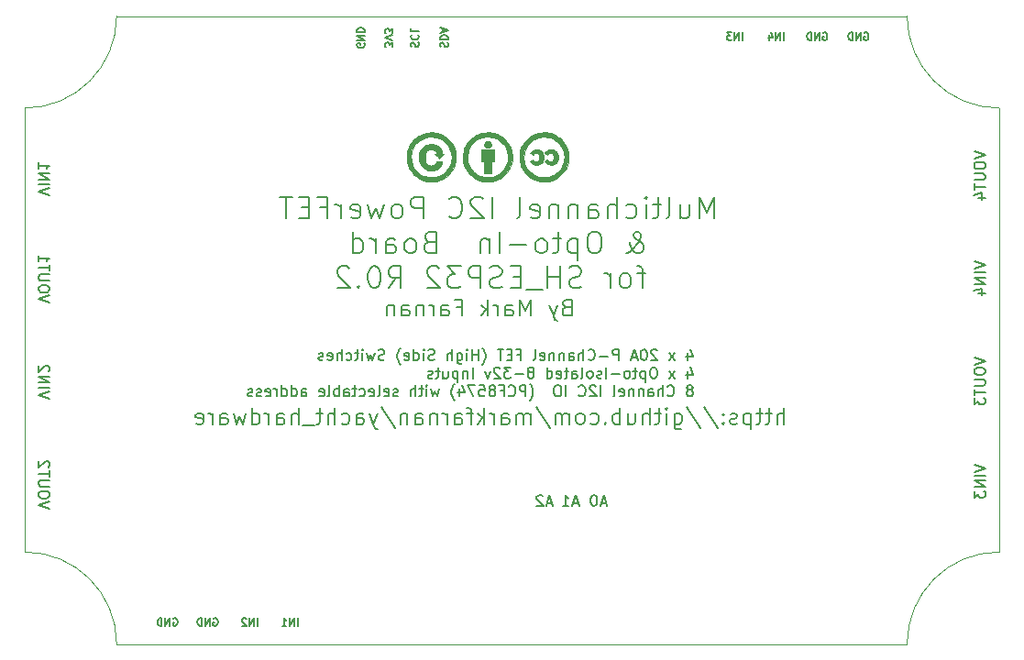
<source format=gbr>
%TF.GenerationSoftware,KiCad,Pcbnew,(5.1.8-0-10_14)*%
%TF.CreationDate,2020-11-30T14:10:51+01:00*%
%TF.ProjectId,FET_Multi,4645545f-4d75-46c7-9469-2e6b69636164,0.2.0*%
%TF.SameCoordinates,Original*%
%TF.FileFunction,Legend,Bot*%
%TF.FilePolarity,Positive*%
%FSLAX46Y46*%
G04 Gerber Fmt 4.6, Leading zero omitted, Abs format (unit mm)*
G04 Created by KiCad (PCBNEW (5.1.8-0-10_14)) date 2020-11-30 14:10:51*
%MOMM*%
%LPD*%
G01*
G04 APERTURE LIST*
%ADD10C,0.160000*%
%ADD11C,0.200000*%
%TA.AperFunction,Profile*%
%ADD12C,0.050000*%
%TD*%
%ADD13C,0.010000*%
G04 APERTURE END LIST*
D10*
X137714285Y-101966666D02*
X137238095Y-101966666D01*
X137809523Y-102252380D02*
X137476190Y-101252380D01*
X137142857Y-102252380D01*
X136857142Y-101347619D02*
X136809523Y-101300000D01*
X136714285Y-101252380D01*
X136476190Y-101252380D01*
X136380952Y-101300000D01*
X136333333Y-101347619D01*
X136285714Y-101442857D01*
X136285714Y-101538095D01*
X136333333Y-101680952D01*
X136904761Y-102252380D01*
X136285714Y-102252380D01*
X140114285Y-101966666D02*
X139638095Y-101966666D01*
X140209523Y-102252380D02*
X139876190Y-101252380D01*
X139542857Y-102252380D01*
X138685714Y-102252380D02*
X139257142Y-102252380D01*
X138971428Y-102252380D02*
X138971428Y-101252380D01*
X139066666Y-101395238D01*
X139161904Y-101490476D01*
X139257142Y-101538095D01*
X142714285Y-101966666D02*
X142238095Y-101966666D01*
X142809523Y-102252380D02*
X142476190Y-101252380D01*
X142142857Y-102252380D01*
X141619047Y-101252380D02*
X141523809Y-101252380D01*
X141428571Y-101300000D01*
X141380952Y-101347619D01*
X141333333Y-101442857D01*
X141285714Y-101633333D01*
X141285714Y-101871428D01*
X141333333Y-102061904D01*
X141380952Y-102157142D01*
X141428571Y-102204761D01*
X141523809Y-102252380D01*
X141619047Y-102252380D01*
X141714285Y-102204761D01*
X141761904Y-102157142D01*
X141809523Y-102061904D01*
X141857142Y-101871428D01*
X141857142Y-101633333D01*
X141809523Y-101442857D01*
X141761904Y-101347619D01*
X141714285Y-101300000D01*
X141619047Y-101252380D01*
X114200000Y-113316666D02*
X114200000Y-112616666D01*
X113866666Y-113316666D02*
X113866666Y-112616666D01*
X113466666Y-113316666D01*
X113466666Y-112616666D01*
X112766666Y-113316666D02*
X113166666Y-113316666D01*
X112966666Y-113316666D02*
X112966666Y-112616666D01*
X113033333Y-112716666D01*
X113100000Y-112783333D01*
X113166666Y-112816666D01*
X110500000Y-113316666D02*
X110500000Y-112616666D01*
X110166666Y-113316666D02*
X110166666Y-112616666D01*
X109766666Y-113316666D01*
X109766666Y-112616666D01*
X109466666Y-112683333D02*
X109433333Y-112650000D01*
X109366666Y-112616666D01*
X109200000Y-112616666D01*
X109133333Y-112650000D01*
X109100000Y-112683333D01*
X109066666Y-112750000D01*
X109066666Y-112816666D01*
X109100000Y-112916666D01*
X109500000Y-113316666D01*
X109066666Y-113316666D01*
X106433333Y-112650000D02*
X106500000Y-112616666D01*
X106600000Y-112616666D01*
X106700000Y-112650000D01*
X106766666Y-112716666D01*
X106800000Y-112783333D01*
X106833333Y-112916666D01*
X106833333Y-113016666D01*
X106800000Y-113150000D01*
X106766666Y-113216666D01*
X106700000Y-113283333D01*
X106600000Y-113316666D01*
X106533333Y-113316666D01*
X106433333Y-113283333D01*
X106400000Y-113250000D01*
X106400000Y-113016666D01*
X106533333Y-113016666D01*
X106100000Y-113316666D02*
X106100000Y-112616666D01*
X105700000Y-113316666D01*
X105700000Y-112616666D01*
X105366666Y-113316666D02*
X105366666Y-112616666D01*
X105200000Y-112616666D01*
X105100000Y-112650000D01*
X105033333Y-112716666D01*
X105000000Y-112783333D01*
X104966666Y-112916666D01*
X104966666Y-113016666D01*
X105000000Y-113150000D01*
X105033333Y-113216666D01*
X105100000Y-113283333D01*
X105200000Y-113316666D01*
X105366666Y-113316666D01*
X102733333Y-112650000D02*
X102800000Y-112616666D01*
X102900000Y-112616666D01*
X103000000Y-112650000D01*
X103066666Y-112716666D01*
X103100000Y-112783333D01*
X103133333Y-112916666D01*
X103133333Y-113016666D01*
X103100000Y-113150000D01*
X103066666Y-113216666D01*
X103000000Y-113283333D01*
X102900000Y-113316666D01*
X102833333Y-113316666D01*
X102733333Y-113283333D01*
X102700000Y-113250000D01*
X102700000Y-113016666D01*
X102833333Y-113016666D01*
X102400000Y-113316666D02*
X102400000Y-112616666D01*
X102000000Y-113316666D01*
X102000000Y-112616666D01*
X101666666Y-113316666D02*
X101666666Y-112616666D01*
X101500000Y-112616666D01*
X101400000Y-112650000D01*
X101333333Y-112716666D01*
X101300000Y-112783333D01*
X101266666Y-112916666D01*
X101266666Y-113016666D01*
X101300000Y-113150000D01*
X101333333Y-113216666D01*
X101400000Y-113283333D01*
X101500000Y-113316666D01*
X101666666Y-113316666D01*
X166533333Y-58550000D02*
X166600000Y-58516666D01*
X166700000Y-58516666D01*
X166800000Y-58550000D01*
X166866666Y-58616666D01*
X166900000Y-58683333D01*
X166933333Y-58816666D01*
X166933333Y-58916666D01*
X166900000Y-59050000D01*
X166866666Y-59116666D01*
X166800000Y-59183333D01*
X166700000Y-59216666D01*
X166633333Y-59216666D01*
X166533333Y-59183333D01*
X166500000Y-59150000D01*
X166500000Y-58916666D01*
X166633333Y-58916666D01*
X166200000Y-59216666D02*
X166200000Y-58516666D01*
X165800000Y-59216666D01*
X165800000Y-58516666D01*
X165466666Y-59216666D02*
X165466666Y-58516666D01*
X165300000Y-58516666D01*
X165200000Y-58550000D01*
X165133333Y-58616666D01*
X165100000Y-58683333D01*
X165066666Y-58816666D01*
X165066666Y-58916666D01*
X165100000Y-59050000D01*
X165133333Y-59116666D01*
X165200000Y-59183333D01*
X165300000Y-59216666D01*
X165466666Y-59216666D01*
X162733333Y-58550000D02*
X162800000Y-58516666D01*
X162900000Y-58516666D01*
X163000000Y-58550000D01*
X163066666Y-58616666D01*
X163100000Y-58683333D01*
X163133333Y-58816666D01*
X163133333Y-58916666D01*
X163100000Y-59050000D01*
X163066666Y-59116666D01*
X163000000Y-59183333D01*
X162900000Y-59216666D01*
X162833333Y-59216666D01*
X162733333Y-59183333D01*
X162700000Y-59150000D01*
X162700000Y-58916666D01*
X162833333Y-58916666D01*
X162400000Y-59216666D02*
X162400000Y-58516666D01*
X162000000Y-59216666D01*
X162000000Y-58516666D01*
X161666666Y-59216666D02*
X161666666Y-58516666D01*
X161500000Y-58516666D01*
X161400000Y-58550000D01*
X161333333Y-58616666D01*
X161300000Y-58683333D01*
X161266666Y-58816666D01*
X161266666Y-58916666D01*
X161300000Y-59050000D01*
X161333333Y-59116666D01*
X161400000Y-59183333D01*
X161500000Y-59216666D01*
X161666666Y-59216666D01*
X159100000Y-59216666D02*
X159100000Y-58516666D01*
X158766666Y-59216666D02*
X158766666Y-58516666D01*
X158366666Y-59216666D01*
X158366666Y-58516666D01*
X157733333Y-58750000D02*
X157733333Y-59216666D01*
X157900000Y-58483333D02*
X158066666Y-58983333D01*
X157633333Y-58983333D01*
X155300000Y-59216666D02*
X155300000Y-58516666D01*
X154966666Y-59216666D02*
X154966666Y-58516666D01*
X154566666Y-59216666D01*
X154566666Y-58516666D01*
X154300000Y-58516666D02*
X153866666Y-58516666D01*
X154100000Y-58783333D01*
X154000000Y-58783333D01*
X153933333Y-58816666D01*
X153900000Y-58850000D01*
X153866666Y-58916666D01*
X153866666Y-59083333D01*
X153900000Y-59150000D01*
X153933333Y-59183333D01*
X154000000Y-59216666D01*
X154200000Y-59216666D01*
X154266666Y-59183333D01*
X154300000Y-59150000D01*
X120350000Y-59533333D02*
X120383333Y-59600000D01*
X120383333Y-59700000D01*
X120350000Y-59800000D01*
X120283333Y-59866666D01*
X120216666Y-59900000D01*
X120083333Y-59933333D01*
X119983333Y-59933333D01*
X119850000Y-59900000D01*
X119783333Y-59866666D01*
X119716666Y-59800000D01*
X119683333Y-59700000D01*
X119683333Y-59633333D01*
X119716666Y-59533333D01*
X119750000Y-59500000D01*
X119983333Y-59500000D01*
X119983333Y-59633333D01*
X119683333Y-59200000D02*
X120383333Y-59200000D01*
X119683333Y-58800000D01*
X120383333Y-58800000D01*
X119683333Y-58466666D02*
X120383333Y-58466666D01*
X120383333Y-58300000D01*
X120350000Y-58200000D01*
X120283333Y-58133333D01*
X120216666Y-58100000D01*
X120083333Y-58066666D01*
X119983333Y-58066666D01*
X119850000Y-58100000D01*
X119783333Y-58133333D01*
X119716666Y-58200000D01*
X119683333Y-58300000D01*
X119683333Y-58466666D01*
X122983333Y-59866666D02*
X122983333Y-59433333D01*
X122716666Y-59666666D01*
X122716666Y-59566666D01*
X122683333Y-59500000D01*
X122650000Y-59466666D01*
X122583333Y-59433333D01*
X122416666Y-59433333D01*
X122350000Y-59466666D01*
X122316666Y-59500000D01*
X122283333Y-59566666D01*
X122283333Y-59766666D01*
X122316666Y-59833333D01*
X122350000Y-59866666D01*
X122983333Y-59233333D02*
X122283333Y-59000000D01*
X122983333Y-58766666D01*
X122983333Y-58600000D02*
X122983333Y-58166666D01*
X122716666Y-58400000D01*
X122716666Y-58300000D01*
X122683333Y-58233333D01*
X122650000Y-58200000D01*
X122583333Y-58166666D01*
X122416666Y-58166666D01*
X122350000Y-58200000D01*
X122316666Y-58233333D01*
X122283333Y-58300000D01*
X122283333Y-58500000D01*
X122316666Y-58566666D01*
X122350000Y-58600000D01*
X127416666Y-59850000D02*
X127383333Y-59750000D01*
X127383333Y-59583333D01*
X127416666Y-59516666D01*
X127450000Y-59483333D01*
X127516666Y-59450000D01*
X127583333Y-59450000D01*
X127650000Y-59483333D01*
X127683333Y-59516666D01*
X127716666Y-59583333D01*
X127750000Y-59716666D01*
X127783333Y-59783333D01*
X127816666Y-59816666D01*
X127883333Y-59850000D01*
X127950000Y-59850000D01*
X128016666Y-59816666D01*
X128050000Y-59783333D01*
X128083333Y-59716666D01*
X128083333Y-59550000D01*
X128050000Y-59450000D01*
X127383333Y-59150000D02*
X128083333Y-59150000D01*
X128083333Y-58983333D01*
X128050000Y-58883333D01*
X127983333Y-58816666D01*
X127916666Y-58783333D01*
X127783333Y-58750000D01*
X127683333Y-58750000D01*
X127550000Y-58783333D01*
X127483333Y-58816666D01*
X127416666Y-58883333D01*
X127383333Y-58983333D01*
X127383333Y-59150000D01*
X127583333Y-58483333D02*
X127583333Y-58150000D01*
X127383333Y-58550000D02*
X128083333Y-58316666D01*
X127383333Y-58083333D01*
X124716666Y-59833333D02*
X124683333Y-59733333D01*
X124683333Y-59566666D01*
X124716666Y-59500000D01*
X124750000Y-59466666D01*
X124816666Y-59433333D01*
X124883333Y-59433333D01*
X124950000Y-59466666D01*
X124983333Y-59500000D01*
X125016666Y-59566666D01*
X125050000Y-59700000D01*
X125083333Y-59766666D01*
X125116666Y-59800000D01*
X125183333Y-59833333D01*
X125250000Y-59833333D01*
X125316666Y-59800000D01*
X125350000Y-59766666D01*
X125383333Y-59700000D01*
X125383333Y-59533333D01*
X125350000Y-59433333D01*
X124750000Y-58733333D02*
X124716666Y-58766666D01*
X124683333Y-58866666D01*
X124683333Y-58933333D01*
X124716666Y-59033333D01*
X124783333Y-59100000D01*
X124850000Y-59133333D01*
X124983333Y-59166666D01*
X125083333Y-59166666D01*
X125216666Y-59133333D01*
X125283333Y-59100000D01*
X125350000Y-59033333D01*
X125383333Y-58933333D01*
X125383333Y-58866666D01*
X125350000Y-58766666D01*
X125316666Y-58733333D01*
X124683333Y-58100000D02*
X124683333Y-58433333D01*
X125383333Y-58433333D01*
D11*
X159142857Y-94678571D02*
X159142857Y-93178571D01*
X158500000Y-94678571D02*
X158500000Y-93892857D01*
X158571428Y-93750000D01*
X158714285Y-93678571D01*
X158928571Y-93678571D01*
X159071428Y-93750000D01*
X159142857Y-93821428D01*
X158000000Y-93678571D02*
X157428571Y-93678571D01*
X157785714Y-93178571D02*
X157785714Y-94464285D01*
X157714285Y-94607142D01*
X157571428Y-94678571D01*
X157428571Y-94678571D01*
X157142857Y-93678571D02*
X156571428Y-93678571D01*
X156928571Y-93178571D02*
X156928571Y-94464285D01*
X156857142Y-94607142D01*
X156714285Y-94678571D01*
X156571428Y-94678571D01*
X156071428Y-93678571D02*
X156071428Y-95178571D01*
X156071428Y-93750000D02*
X155928571Y-93678571D01*
X155642857Y-93678571D01*
X155500000Y-93750000D01*
X155428571Y-93821428D01*
X155357142Y-93964285D01*
X155357142Y-94392857D01*
X155428571Y-94535714D01*
X155500000Y-94607142D01*
X155642857Y-94678571D01*
X155928571Y-94678571D01*
X156071428Y-94607142D01*
X154785714Y-94607142D02*
X154642857Y-94678571D01*
X154357142Y-94678571D01*
X154214285Y-94607142D01*
X154142857Y-94464285D01*
X154142857Y-94392857D01*
X154214285Y-94250000D01*
X154357142Y-94178571D01*
X154571428Y-94178571D01*
X154714285Y-94107142D01*
X154785714Y-93964285D01*
X154785714Y-93892857D01*
X154714285Y-93750000D01*
X154571428Y-93678571D01*
X154357142Y-93678571D01*
X154214285Y-93750000D01*
X153500000Y-94535714D02*
X153428571Y-94607142D01*
X153500000Y-94678571D01*
X153571428Y-94607142D01*
X153500000Y-94535714D01*
X153500000Y-94678571D01*
X153500000Y-93750000D02*
X153428571Y-93821428D01*
X153500000Y-93892857D01*
X153571428Y-93821428D01*
X153500000Y-93750000D01*
X153500000Y-93892857D01*
X151714285Y-93107142D02*
X153000000Y-95035714D01*
X150142857Y-93107142D02*
X151428571Y-95035714D01*
X149000000Y-93678571D02*
X149000000Y-94892857D01*
X149071428Y-95035714D01*
X149142857Y-95107142D01*
X149285714Y-95178571D01*
X149500000Y-95178571D01*
X149642857Y-95107142D01*
X149000000Y-94607142D02*
X149142857Y-94678571D01*
X149428571Y-94678571D01*
X149571428Y-94607142D01*
X149642857Y-94535714D01*
X149714285Y-94392857D01*
X149714285Y-93964285D01*
X149642857Y-93821428D01*
X149571428Y-93750000D01*
X149428571Y-93678571D01*
X149142857Y-93678571D01*
X149000000Y-93750000D01*
X148285714Y-94678571D02*
X148285714Y-93678571D01*
X148285714Y-93178571D02*
X148357142Y-93250000D01*
X148285714Y-93321428D01*
X148214285Y-93250000D01*
X148285714Y-93178571D01*
X148285714Y-93321428D01*
X147785714Y-93678571D02*
X147214285Y-93678571D01*
X147571428Y-93178571D02*
X147571428Y-94464285D01*
X147500000Y-94607142D01*
X147357142Y-94678571D01*
X147214285Y-94678571D01*
X146714285Y-94678571D02*
X146714285Y-93178571D01*
X146071428Y-94678571D02*
X146071428Y-93892857D01*
X146142857Y-93750000D01*
X146285714Y-93678571D01*
X146500000Y-93678571D01*
X146642857Y-93750000D01*
X146714285Y-93821428D01*
X144714285Y-93678571D02*
X144714285Y-94678571D01*
X145357142Y-93678571D02*
X145357142Y-94464285D01*
X145285714Y-94607142D01*
X145142857Y-94678571D01*
X144928571Y-94678571D01*
X144785714Y-94607142D01*
X144714285Y-94535714D01*
X144000000Y-94678571D02*
X144000000Y-93178571D01*
X144000000Y-93750000D02*
X143857142Y-93678571D01*
X143571428Y-93678571D01*
X143428571Y-93750000D01*
X143357142Y-93821428D01*
X143285714Y-93964285D01*
X143285714Y-94392857D01*
X143357142Y-94535714D01*
X143428571Y-94607142D01*
X143571428Y-94678571D01*
X143857142Y-94678571D01*
X144000000Y-94607142D01*
X142642857Y-94535714D02*
X142571428Y-94607142D01*
X142642857Y-94678571D01*
X142714285Y-94607142D01*
X142642857Y-94535714D01*
X142642857Y-94678571D01*
X141285714Y-94607142D02*
X141428571Y-94678571D01*
X141714285Y-94678571D01*
X141857142Y-94607142D01*
X141928571Y-94535714D01*
X142000000Y-94392857D01*
X142000000Y-93964285D01*
X141928571Y-93821428D01*
X141857142Y-93750000D01*
X141714285Y-93678571D01*
X141428571Y-93678571D01*
X141285714Y-93750000D01*
X140428571Y-94678571D02*
X140571428Y-94607142D01*
X140642857Y-94535714D01*
X140714285Y-94392857D01*
X140714285Y-93964285D01*
X140642857Y-93821428D01*
X140571428Y-93750000D01*
X140428571Y-93678571D01*
X140214285Y-93678571D01*
X140071428Y-93750000D01*
X140000000Y-93821428D01*
X139928571Y-93964285D01*
X139928571Y-94392857D01*
X140000000Y-94535714D01*
X140071428Y-94607142D01*
X140214285Y-94678571D01*
X140428571Y-94678571D01*
X139285714Y-94678571D02*
X139285714Y-93678571D01*
X139285714Y-93821428D02*
X139214285Y-93750000D01*
X139071428Y-93678571D01*
X138857142Y-93678571D01*
X138714285Y-93750000D01*
X138642857Y-93892857D01*
X138642857Y-94678571D01*
X138642857Y-93892857D02*
X138571428Y-93750000D01*
X138428571Y-93678571D01*
X138214285Y-93678571D01*
X138071428Y-93750000D01*
X138000000Y-93892857D01*
X138000000Y-94678571D01*
X136214285Y-93107142D02*
X137500000Y-95035714D01*
X135714285Y-94678571D02*
X135714285Y-93678571D01*
X135714285Y-93821428D02*
X135642857Y-93750000D01*
X135500000Y-93678571D01*
X135285714Y-93678571D01*
X135142857Y-93750000D01*
X135071428Y-93892857D01*
X135071428Y-94678571D01*
X135071428Y-93892857D02*
X135000000Y-93750000D01*
X134857142Y-93678571D01*
X134642857Y-93678571D01*
X134500000Y-93750000D01*
X134428571Y-93892857D01*
X134428571Y-94678571D01*
X133071428Y-94678571D02*
X133071428Y-93892857D01*
X133142857Y-93750000D01*
X133285714Y-93678571D01*
X133571428Y-93678571D01*
X133714285Y-93750000D01*
X133071428Y-94607142D02*
X133214285Y-94678571D01*
X133571428Y-94678571D01*
X133714285Y-94607142D01*
X133785714Y-94464285D01*
X133785714Y-94321428D01*
X133714285Y-94178571D01*
X133571428Y-94107142D01*
X133214285Y-94107142D01*
X133071428Y-94035714D01*
X132357142Y-94678571D02*
X132357142Y-93678571D01*
X132357142Y-93964285D02*
X132285714Y-93821428D01*
X132214285Y-93750000D01*
X132071428Y-93678571D01*
X131928571Y-93678571D01*
X131428571Y-94678571D02*
X131428571Y-93178571D01*
X131285714Y-94107142D02*
X130857142Y-94678571D01*
X130857142Y-93678571D02*
X131428571Y-94250000D01*
X130428571Y-93678571D02*
X129857142Y-93678571D01*
X130214285Y-94678571D02*
X130214285Y-93392857D01*
X130142857Y-93250000D01*
X129999999Y-93178571D01*
X129857142Y-93178571D01*
X128714285Y-94678571D02*
X128714285Y-93892857D01*
X128785714Y-93750000D01*
X128928571Y-93678571D01*
X129214285Y-93678571D01*
X129357142Y-93750000D01*
X128714285Y-94607142D02*
X128857142Y-94678571D01*
X129214285Y-94678571D01*
X129357142Y-94607142D01*
X129428571Y-94464285D01*
X129428571Y-94321428D01*
X129357142Y-94178571D01*
X129214285Y-94107142D01*
X128857142Y-94107142D01*
X128714285Y-94035714D01*
X127999999Y-94678571D02*
X127999999Y-93678571D01*
X127999999Y-93964285D02*
X127928571Y-93821428D01*
X127857142Y-93750000D01*
X127714285Y-93678571D01*
X127571428Y-93678571D01*
X127071428Y-93678571D02*
X127071428Y-94678571D01*
X127071428Y-93821428D02*
X126999999Y-93750000D01*
X126857142Y-93678571D01*
X126642857Y-93678571D01*
X126499999Y-93750000D01*
X126428571Y-93892857D01*
X126428571Y-94678571D01*
X125071428Y-94678571D02*
X125071428Y-93892857D01*
X125142857Y-93750000D01*
X125285714Y-93678571D01*
X125571428Y-93678571D01*
X125714285Y-93750000D01*
X125071428Y-94607142D02*
X125214285Y-94678571D01*
X125571428Y-94678571D01*
X125714285Y-94607142D01*
X125785714Y-94464285D01*
X125785714Y-94321428D01*
X125714285Y-94178571D01*
X125571428Y-94107142D01*
X125214285Y-94107142D01*
X125071428Y-94035714D01*
X124357142Y-93678571D02*
X124357142Y-94678571D01*
X124357142Y-93821428D02*
X124285714Y-93750000D01*
X124142857Y-93678571D01*
X123928571Y-93678571D01*
X123785714Y-93750000D01*
X123714285Y-93892857D01*
X123714285Y-94678571D01*
X121928571Y-93107142D02*
X123214285Y-95035714D01*
X121571428Y-93678571D02*
X121214285Y-94678571D01*
X120857142Y-93678571D02*
X121214285Y-94678571D01*
X121357142Y-95035714D01*
X121428571Y-95107142D01*
X121571428Y-95178571D01*
X119642857Y-94678571D02*
X119642857Y-93892857D01*
X119714285Y-93750000D01*
X119857142Y-93678571D01*
X120142857Y-93678571D01*
X120285714Y-93750000D01*
X119642857Y-94607142D02*
X119785714Y-94678571D01*
X120142857Y-94678571D01*
X120285714Y-94607142D01*
X120357142Y-94464285D01*
X120357142Y-94321428D01*
X120285714Y-94178571D01*
X120142857Y-94107142D01*
X119785714Y-94107142D01*
X119642857Y-94035714D01*
X118285714Y-94607142D02*
X118428571Y-94678571D01*
X118714285Y-94678571D01*
X118857142Y-94607142D01*
X118928571Y-94535714D01*
X118999999Y-94392857D01*
X118999999Y-93964285D01*
X118928571Y-93821428D01*
X118857142Y-93750000D01*
X118714285Y-93678571D01*
X118428571Y-93678571D01*
X118285714Y-93750000D01*
X117642857Y-94678571D02*
X117642857Y-93178571D01*
X116999999Y-94678571D02*
X116999999Y-93892857D01*
X117071428Y-93750000D01*
X117214285Y-93678571D01*
X117428571Y-93678571D01*
X117571428Y-93750000D01*
X117642857Y-93821428D01*
X116499999Y-93678571D02*
X115928571Y-93678571D01*
X116285714Y-93178571D02*
X116285714Y-94464285D01*
X116214285Y-94607142D01*
X116071428Y-94678571D01*
X115928571Y-94678571D01*
X115785714Y-94821428D02*
X114642857Y-94821428D01*
X114285714Y-94678571D02*
X114285714Y-93178571D01*
X113642857Y-94678571D02*
X113642857Y-93892857D01*
X113714285Y-93750000D01*
X113857142Y-93678571D01*
X114071428Y-93678571D01*
X114214285Y-93750000D01*
X114285714Y-93821428D01*
X112285714Y-94678571D02*
X112285714Y-93892857D01*
X112357142Y-93750000D01*
X112499999Y-93678571D01*
X112785714Y-93678571D01*
X112928571Y-93750000D01*
X112285714Y-94607142D02*
X112428571Y-94678571D01*
X112785714Y-94678571D01*
X112928571Y-94607142D01*
X112999999Y-94464285D01*
X112999999Y-94321428D01*
X112928571Y-94178571D01*
X112785714Y-94107142D01*
X112428571Y-94107142D01*
X112285714Y-94035714D01*
X111571428Y-94678571D02*
X111571428Y-93678571D01*
X111571428Y-93964285D02*
X111499999Y-93821428D01*
X111428571Y-93750000D01*
X111285714Y-93678571D01*
X111142857Y-93678571D01*
X109999999Y-94678571D02*
X109999999Y-93178571D01*
X109999999Y-94607142D02*
X110142857Y-94678571D01*
X110428571Y-94678571D01*
X110571428Y-94607142D01*
X110642857Y-94535714D01*
X110714285Y-94392857D01*
X110714285Y-93964285D01*
X110642857Y-93821428D01*
X110571428Y-93750000D01*
X110428571Y-93678571D01*
X110142857Y-93678571D01*
X109999999Y-93750000D01*
X109428571Y-93678571D02*
X109142857Y-94678571D01*
X108857142Y-93964285D01*
X108571428Y-94678571D01*
X108285714Y-93678571D01*
X107071428Y-94678571D02*
X107071428Y-93892857D01*
X107142857Y-93750000D01*
X107285714Y-93678571D01*
X107571428Y-93678571D01*
X107714285Y-93750000D01*
X107071428Y-94607142D02*
X107214285Y-94678571D01*
X107571428Y-94678571D01*
X107714285Y-94607142D01*
X107785714Y-94464285D01*
X107785714Y-94321428D01*
X107714285Y-94178571D01*
X107571428Y-94107142D01*
X107214285Y-94107142D01*
X107071428Y-94035714D01*
X106357142Y-94678571D02*
X106357142Y-93678571D01*
X106357142Y-93964285D02*
X106285714Y-93821428D01*
X106214285Y-93750000D01*
X106071428Y-93678571D01*
X105928571Y-93678571D01*
X104857142Y-94607142D02*
X104999999Y-94678571D01*
X105285714Y-94678571D01*
X105428571Y-94607142D01*
X105499999Y-94464285D01*
X105499999Y-93892857D01*
X105428571Y-93750000D01*
X105285714Y-93678571D01*
X104999999Y-93678571D01*
X104857142Y-93750000D01*
X104785714Y-93892857D01*
X104785714Y-94035714D01*
X105499999Y-94178571D01*
D10*
X150229333Y-88125714D02*
X150229333Y-88792380D01*
X150467428Y-87744761D02*
X150705523Y-88459047D01*
X150086476Y-88459047D01*
X149038857Y-88792380D02*
X148515047Y-88125714D01*
X149038857Y-88125714D02*
X148515047Y-88792380D01*
X147419809Y-87887619D02*
X147372190Y-87840000D01*
X147276952Y-87792380D01*
X147038857Y-87792380D01*
X146943619Y-87840000D01*
X146896000Y-87887619D01*
X146848380Y-87982857D01*
X146848380Y-88078095D01*
X146896000Y-88220952D01*
X147467428Y-88792380D01*
X146848380Y-88792380D01*
X146229333Y-87792380D02*
X146134095Y-87792380D01*
X146038857Y-87840000D01*
X145991238Y-87887619D01*
X145943619Y-87982857D01*
X145896000Y-88173333D01*
X145896000Y-88411428D01*
X145943619Y-88601904D01*
X145991238Y-88697142D01*
X146038857Y-88744761D01*
X146134095Y-88792380D01*
X146229333Y-88792380D01*
X146324571Y-88744761D01*
X146372190Y-88697142D01*
X146419809Y-88601904D01*
X146467428Y-88411428D01*
X146467428Y-88173333D01*
X146419809Y-87982857D01*
X146372190Y-87887619D01*
X146324571Y-87840000D01*
X146229333Y-87792380D01*
X145515047Y-88506666D02*
X145038857Y-88506666D01*
X145610285Y-88792380D02*
X145276952Y-87792380D01*
X144943619Y-88792380D01*
X143848380Y-88792380D02*
X143848380Y-87792380D01*
X143467428Y-87792380D01*
X143372190Y-87840000D01*
X143324571Y-87887619D01*
X143276952Y-87982857D01*
X143276952Y-88125714D01*
X143324571Y-88220952D01*
X143372190Y-88268571D01*
X143467428Y-88316190D01*
X143848380Y-88316190D01*
X142848380Y-88411428D02*
X142086476Y-88411428D01*
X141038857Y-88697142D02*
X141086476Y-88744761D01*
X141229333Y-88792380D01*
X141324571Y-88792380D01*
X141467428Y-88744761D01*
X141562666Y-88649523D01*
X141610285Y-88554285D01*
X141657904Y-88363809D01*
X141657904Y-88220952D01*
X141610285Y-88030476D01*
X141562666Y-87935238D01*
X141467428Y-87840000D01*
X141324571Y-87792380D01*
X141229333Y-87792380D01*
X141086476Y-87840000D01*
X141038857Y-87887619D01*
X140610285Y-88792380D02*
X140610285Y-87792380D01*
X140181714Y-88792380D02*
X140181714Y-88268571D01*
X140229333Y-88173333D01*
X140324571Y-88125714D01*
X140467428Y-88125714D01*
X140562666Y-88173333D01*
X140610285Y-88220952D01*
X139276952Y-88792380D02*
X139276952Y-88268571D01*
X139324571Y-88173333D01*
X139419809Y-88125714D01*
X139610285Y-88125714D01*
X139705523Y-88173333D01*
X139276952Y-88744761D02*
X139372190Y-88792380D01*
X139610285Y-88792380D01*
X139705523Y-88744761D01*
X139753142Y-88649523D01*
X139753142Y-88554285D01*
X139705523Y-88459047D01*
X139610285Y-88411428D01*
X139372190Y-88411428D01*
X139276952Y-88363809D01*
X138800761Y-88125714D02*
X138800761Y-88792380D01*
X138800761Y-88220952D02*
X138753142Y-88173333D01*
X138657904Y-88125714D01*
X138515047Y-88125714D01*
X138419809Y-88173333D01*
X138372190Y-88268571D01*
X138372190Y-88792380D01*
X137896000Y-88125714D02*
X137896000Y-88792380D01*
X137896000Y-88220952D02*
X137848380Y-88173333D01*
X137753142Y-88125714D01*
X137610285Y-88125714D01*
X137515047Y-88173333D01*
X137467428Y-88268571D01*
X137467428Y-88792380D01*
X136610285Y-88744761D02*
X136705523Y-88792380D01*
X136896000Y-88792380D01*
X136991238Y-88744761D01*
X137038857Y-88649523D01*
X137038857Y-88268571D01*
X136991238Y-88173333D01*
X136896000Y-88125714D01*
X136705523Y-88125714D01*
X136610285Y-88173333D01*
X136562666Y-88268571D01*
X136562666Y-88363809D01*
X137038857Y-88459047D01*
X135991238Y-88792380D02*
X136086476Y-88744761D01*
X136134095Y-88649523D01*
X136134095Y-87792380D01*
X134515047Y-88268571D02*
X134848380Y-88268571D01*
X134848380Y-88792380D02*
X134848380Y-87792380D01*
X134372190Y-87792380D01*
X133991238Y-88268571D02*
X133657904Y-88268571D01*
X133515047Y-88792380D02*
X133991238Y-88792380D01*
X133991238Y-87792380D01*
X133515047Y-87792380D01*
X133229333Y-87792380D02*
X132657904Y-87792380D01*
X132943619Y-88792380D02*
X132943619Y-87792380D01*
X131276952Y-89173333D02*
X131324571Y-89125714D01*
X131419809Y-88982857D01*
X131467428Y-88887619D01*
X131515047Y-88744761D01*
X131562666Y-88506666D01*
X131562666Y-88316190D01*
X131515047Y-88078095D01*
X131467428Y-87935238D01*
X131419809Y-87840000D01*
X131324571Y-87697142D01*
X131276952Y-87649523D01*
X130896000Y-88792380D02*
X130896000Y-87792380D01*
X130896000Y-88268571D02*
X130324571Y-88268571D01*
X130324571Y-88792380D02*
X130324571Y-87792380D01*
X129848380Y-88792380D02*
X129848380Y-88125714D01*
X129848380Y-87792380D02*
X129896000Y-87840000D01*
X129848380Y-87887619D01*
X129800761Y-87840000D01*
X129848380Y-87792380D01*
X129848380Y-87887619D01*
X128943619Y-88125714D02*
X128943619Y-88935238D01*
X128991238Y-89030476D01*
X129038857Y-89078095D01*
X129134095Y-89125714D01*
X129276952Y-89125714D01*
X129372190Y-89078095D01*
X128943619Y-88744761D02*
X129038857Y-88792380D01*
X129229333Y-88792380D01*
X129324571Y-88744761D01*
X129372190Y-88697142D01*
X129419809Y-88601904D01*
X129419809Y-88316190D01*
X129372190Y-88220952D01*
X129324571Y-88173333D01*
X129229333Y-88125714D01*
X129038857Y-88125714D01*
X128943619Y-88173333D01*
X128467428Y-88792380D02*
X128467428Y-87792380D01*
X128038857Y-88792380D02*
X128038857Y-88268571D01*
X128086476Y-88173333D01*
X128181714Y-88125714D01*
X128324571Y-88125714D01*
X128419809Y-88173333D01*
X128467428Y-88220952D01*
X126848380Y-88744761D02*
X126705523Y-88792380D01*
X126467428Y-88792380D01*
X126372190Y-88744761D01*
X126324571Y-88697142D01*
X126276952Y-88601904D01*
X126276952Y-88506666D01*
X126324571Y-88411428D01*
X126372190Y-88363809D01*
X126467428Y-88316190D01*
X126657904Y-88268571D01*
X126753142Y-88220952D01*
X126800761Y-88173333D01*
X126848380Y-88078095D01*
X126848380Y-87982857D01*
X126800761Y-87887619D01*
X126753142Y-87840000D01*
X126657904Y-87792380D01*
X126419809Y-87792380D01*
X126276952Y-87840000D01*
X125848380Y-88792380D02*
X125848380Y-88125714D01*
X125848380Y-87792380D02*
X125896000Y-87840000D01*
X125848380Y-87887619D01*
X125800761Y-87840000D01*
X125848380Y-87792380D01*
X125848380Y-87887619D01*
X124943619Y-88792380D02*
X124943619Y-87792380D01*
X124943619Y-88744761D02*
X125038857Y-88792380D01*
X125229333Y-88792380D01*
X125324571Y-88744761D01*
X125372190Y-88697142D01*
X125419809Y-88601904D01*
X125419809Y-88316190D01*
X125372190Y-88220952D01*
X125324571Y-88173333D01*
X125229333Y-88125714D01*
X125038857Y-88125714D01*
X124943619Y-88173333D01*
X124086476Y-88744761D02*
X124181714Y-88792380D01*
X124372190Y-88792380D01*
X124467428Y-88744761D01*
X124515047Y-88649523D01*
X124515047Y-88268571D01*
X124467428Y-88173333D01*
X124372190Y-88125714D01*
X124181714Y-88125714D01*
X124086476Y-88173333D01*
X124038857Y-88268571D01*
X124038857Y-88363809D01*
X124515047Y-88459047D01*
X123705523Y-89173333D02*
X123657904Y-89125714D01*
X123562666Y-88982857D01*
X123515047Y-88887619D01*
X123467428Y-88744761D01*
X123419809Y-88506666D01*
X123419809Y-88316190D01*
X123467428Y-88078095D01*
X123515047Y-87935238D01*
X123562666Y-87840000D01*
X123657904Y-87697142D01*
X123705523Y-87649523D01*
X122229333Y-88744761D02*
X122086476Y-88792380D01*
X121848380Y-88792380D01*
X121753142Y-88744761D01*
X121705523Y-88697142D01*
X121657904Y-88601904D01*
X121657904Y-88506666D01*
X121705523Y-88411428D01*
X121753142Y-88363809D01*
X121848380Y-88316190D01*
X122038857Y-88268571D01*
X122134095Y-88220952D01*
X122181714Y-88173333D01*
X122229333Y-88078095D01*
X122229333Y-87982857D01*
X122181714Y-87887619D01*
X122134095Y-87840000D01*
X122038857Y-87792380D01*
X121800761Y-87792380D01*
X121657904Y-87840000D01*
X121324571Y-88125714D02*
X121134095Y-88792380D01*
X120943619Y-88316190D01*
X120753142Y-88792380D01*
X120562666Y-88125714D01*
X120181714Y-88792380D02*
X120181714Y-88125714D01*
X120181714Y-87792380D02*
X120229333Y-87840000D01*
X120181714Y-87887619D01*
X120134095Y-87840000D01*
X120181714Y-87792380D01*
X120181714Y-87887619D01*
X119848380Y-88125714D02*
X119467428Y-88125714D01*
X119705523Y-87792380D02*
X119705523Y-88649523D01*
X119657904Y-88744761D01*
X119562666Y-88792380D01*
X119467428Y-88792380D01*
X118705523Y-88744761D02*
X118800761Y-88792380D01*
X118991238Y-88792380D01*
X119086476Y-88744761D01*
X119134095Y-88697142D01*
X119181714Y-88601904D01*
X119181714Y-88316190D01*
X119134095Y-88220952D01*
X119086476Y-88173333D01*
X118991238Y-88125714D01*
X118800761Y-88125714D01*
X118705523Y-88173333D01*
X118276952Y-88792380D02*
X118276952Y-87792380D01*
X117848380Y-88792380D02*
X117848380Y-88268571D01*
X117896000Y-88173333D01*
X117991238Y-88125714D01*
X118134095Y-88125714D01*
X118229333Y-88173333D01*
X118276952Y-88220952D01*
X116991238Y-88744761D02*
X117086476Y-88792380D01*
X117276952Y-88792380D01*
X117372190Y-88744761D01*
X117419809Y-88649523D01*
X117419809Y-88268571D01*
X117372190Y-88173333D01*
X117276952Y-88125714D01*
X117086476Y-88125714D01*
X116991238Y-88173333D01*
X116943619Y-88268571D01*
X116943619Y-88363809D01*
X117419809Y-88459047D01*
X116562666Y-88744761D02*
X116467428Y-88792380D01*
X116276952Y-88792380D01*
X116181714Y-88744761D01*
X116134095Y-88649523D01*
X116134095Y-88601904D01*
X116181714Y-88506666D01*
X116276952Y-88459047D01*
X116419809Y-88459047D01*
X116515047Y-88411428D01*
X116562666Y-88316190D01*
X116562666Y-88268571D01*
X116515047Y-88173333D01*
X116419809Y-88125714D01*
X116276952Y-88125714D01*
X116181714Y-88173333D01*
X150229333Y-89785714D02*
X150229333Y-90452380D01*
X150467428Y-89404761D02*
X150705523Y-90119047D01*
X150086476Y-90119047D01*
X149038857Y-90452380D02*
X148515047Y-89785714D01*
X149038857Y-89785714D02*
X148515047Y-90452380D01*
X147181714Y-89452380D02*
X146991238Y-89452380D01*
X146896000Y-89500000D01*
X146800761Y-89595238D01*
X146753142Y-89785714D01*
X146753142Y-90119047D01*
X146800761Y-90309523D01*
X146896000Y-90404761D01*
X146991238Y-90452380D01*
X147181714Y-90452380D01*
X147276952Y-90404761D01*
X147372190Y-90309523D01*
X147419809Y-90119047D01*
X147419809Y-89785714D01*
X147372190Y-89595238D01*
X147276952Y-89500000D01*
X147181714Y-89452380D01*
X146324571Y-89785714D02*
X146324571Y-90785714D01*
X146324571Y-89833333D02*
X146229333Y-89785714D01*
X146038857Y-89785714D01*
X145943619Y-89833333D01*
X145896000Y-89880952D01*
X145848380Y-89976190D01*
X145848380Y-90261904D01*
X145896000Y-90357142D01*
X145943619Y-90404761D01*
X146038857Y-90452380D01*
X146229333Y-90452380D01*
X146324571Y-90404761D01*
X145562666Y-89785714D02*
X145181714Y-89785714D01*
X145419809Y-89452380D02*
X145419809Y-90309523D01*
X145372190Y-90404761D01*
X145276952Y-90452380D01*
X145181714Y-90452380D01*
X144705523Y-90452380D02*
X144800761Y-90404761D01*
X144848380Y-90357142D01*
X144896000Y-90261904D01*
X144896000Y-89976190D01*
X144848380Y-89880952D01*
X144800761Y-89833333D01*
X144705523Y-89785714D01*
X144562666Y-89785714D01*
X144467428Y-89833333D01*
X144419809Y-89880952D01*
X144372190Y-89976190D01*
X144372190Y-90261904D01*
X144419809Y-90357142D01*
X144467428Y-90404761D01*
X144562666Y-90452380D01*
X144705523Y-90452380D01*
X143943619Y-90071428D02*
X143181714Y-90071428D01*
X142705523Y-90452380D02*
X142705523Y-89452380D01*
X142276952Y-90404761D02*
X142181714Y-90452380D01*
X141991238Y-90452380D01*
X141896000Y-90404761D01*
X141848380Y-90309523D01*
X141848380Y-90261904D01*
X141896000Y-90166666D01*
X141991238Y-90119047D01*
X142134095Y-90119047D01*
X142229333Y-90071428D01*
X142276952Y-89976190D01*
X142276952Y-89928571D01*
X142229333Y-89833333D01*
X142134095Y-89785714D01*
X141991238Y-89785714D01*
X141896000Y-89833333D01*
X141276952Y-90452380D02*
X141372190Y-90404761D01*
X141419809Y-90357142D01*
X141467428Y-90261904D01*
X141467428Y-89976190D01*
X141419809Y-89880952D01*
X141372190Y-89833333D01*
X141276952Y-89785714D01*
X141134095Y-89785714D01*
X141038857Y-89833333D01*
X140991238Y-89880952D01*
X140943619Y-89976190D01*
X140943619Y-90261904D01*
X140991238Y-90357142D01*
X141038857Y-90404761D01*
X141134095Y-90452380D01*
X141276952Y-90452380D01*
X140372190Y-90452380D02*
X140467428Y-90404761D01*
X140515047Y-90309523D01*
X140515047Y-89452380D01*
X139562666Y-90452380D02*
X139562666Y-89928571D01*
X139610285Y-89833333D01*
X139705523Y-89785714D01*
X139896000Y-89785714D01*
X139991238Y-89833333D01*
X139562666Y-90404761D02*
X139657904Y-90452380D01*
X139896000Y-90452380D01*
X139991238Y-90404761D01*
X140038857Y-90309523D01*
X140038857Y-90214285D01*
X139991238Y-90119047D01*
X139896000Y-90071428D01*
X139657904Y-90071428D01*
X139562666Y-90023809D01*
X139229333Y-89785714D02*
X138848380Y-89785714D01*
X139086476Y-89452380D02*
X139086476Y-90309523D01*
X139038857Y-90404761D01*
X138943619Y-90452380D01*
X138848380Y-90452380D01*
X138134095Y-90404761D02*
X138229333Y-90452380D01*
X138419809Y-90452380D01*
X138515047Y-90404761D01*
X138562666Y-90309523D01*
X138562666Y-89928571D01*
X138515047Y-89833333D01*
X138419809Y-89785714D01*
X138229333Y-89785714D01*
X138134095Y-89833333D01*
X138086476Y-89928571D01*
X138086476Y-90023809D01*
X138562666Y-90119047D01*
X137229333Y-90452380D02*
X137229333Y-89452380D01*
X137229333Y-90404761D02*
X137324571Y-90452380D01*
X137515047Y-90452380D01*
X137610285Y-90404761D01*
X137657904Y-90357142D01*
X137705523Y-90261904D01*
X137705523Y-89976190D01*
X137657904Y-89880952D01*
X137610285Y-89833333D01*
X137515047Y-89785714D01*
X137324571Y-89785714D01*
X137229333Y-89833333D01*
X135848380Y-89880952D02*
X135943619Y-89833333D01*
X135991238Y-89785714D01*
X136038857Y-89690476D01*
X136038857Y-89642857D01*
X135991238Y-89547619D01*
X135943619Y-89500000D01*
X135848380Y-89452380D01*
X135657904Y-89452380D01*
X135562666Y-89500000D01*
X135515047Y-89547619D01*
X135467428Y-89642857D01*
X135467428Y-89690476D01*
X135515047Y-89785714D01*
X135562666Y-89833333D01*
X135657904Y-89880952D01*
X135848380Y-89880952D01*
X135943619Y-89928571D01*
X135991238Y-89976190D01*
X136038857Y-90071428D01*
X136038857Y-90261904D01*
X135991238Y-90357142D01*
X135943619Y-90404761D01*
X135848380Y-90452380D01*
X135657904Y-90452380D01*
X135562666Y-90404761D01*
X135515047Y-90357142D01*
X135467428Y-90261904D01*
X135467428Y-90071428D01*
X135515047Y-89976190D01*
X135562666Y-89928571D01*
X135657904Y-89880952D01*
X135038857Y-90071428D02*
X134276952Y-90071428D01*
X133896000Y-89452380D02*
X133276952Y-89452380D01*
X133610285Y-89833333D01*
X133467428Y-89833333D01*
X133372190Y-89880952D01*
X133324571Y-89928571D01*
X133276952Y-90023809D01*
X133276952Y-90261904D01*
X133324571Y-90357142D01*
X133372190Y-90404761D01*
X133467428Y-90452380D01*
X133753142Y-90452380D01*
X133848380Y-90404761D01*
X133896000Y-90357142D01*
X132896000Y-89547619D02*
X132848380Y-89500000D01*
X132753142Y-89452380D01*
X132515047Y-89452380D01*
X132419809Y-89500000D01*
X132372190Y-89547619D01*
X132324571Y-89642857D01*
X132324571Y-89738095D01*
X132372190Y-89880952D01*
X132943619Y-90452380D01*
X132324571Y-90452380D01*
X131991238Y-89785714D02*
X131753142Y-90452380D01*
X131515047Y-89785714D01*
X130372190Y-90452380D02*
X130372190Y-89452380D01*
X129896000Y-89785714D02*
X129896000Y-90452380D01*
X129896000Y-89880952D02*
X129848380Y-89833333D01*
X129753142Y-89785714D01*
X129610285Y-89785714D01*
X129515047Y-89833333D01*
X129467428Y-89928571D01*
X129467428Y-90452380D01*
X128991238Y-89785714D02*
X128991238Y-90785714D01*
X128991238Y-89833333D02*
X128896000Y-89785714D01*
X128705523Y-89785714D01*
X128610285Y-89833333D01*
X128562666Y-89880952D01*
X128515047Y-89976190D01*
X128515047Y-90261904D01*
X128562666Y-90357142D01*
X128610285Y-90404761D01*
X128705523Y-90452380D01*
X128896000Y-90452380D01*
X128991238Y-90404761D01*
X127657904Y-89785714D02*
X127657904Y-90452380D01*
X128086476Y-89785714D02*
X128086476Y-90309523D01*
X128038857Y-90404761D01*
X127943619Y-90452380D01*
X127800761Y-90452380D01*
X127705523Y-90404761D01*
X127657904Y-90357142D01*
X127324571Y-89785714D02*
X126943619Y-89785714D01*
X127181714Y-89452380D02*
X127181714Y-90309523D01*
X127134095Y-90404761D01*
X127038857Y-90452380D01*
X126943619Y-90452380D01*
X126657904Y-90404761D02*
X126562666Y-90452380D01*
X126372190Y-90452380D01*
X126276952Y-90404761D01*
X126229333Y-90309523D01*
X126229333Y-90261904D01*
X126276952Y-90166666D01*
X126372190Y-90119047D01*
X126515047Y-90119047D01*
X126610285Y-90071428D01*
X126657904Y-89976190D01*
X126657904Y-89928571D01*
X126610285Y-89833333D01*
X126515047Y-89785714D01*
X126372190Y-89785714D01*
X126276952Y-89833333D01*
X150515047Y-91540952D02*
X150610285Y-91493333D01*
X150657904Y-91445714D01*
X150705523Y-91350476D01*
X150705523Y-91302857D01*
X150657904Y-91207619D01*
X150610285Y-91160000D01*
X150515047Y-91112380D01*
X150324571Y-91112380D01*
X150229333Y-91160000D01*
X150181714Y-91207619D01*
X150134095Y-91302857D01*
X150134095Y-91350476D01*
X150181714Y-91445714D01*
X150229333Y-91493333D01*
X150324571Y-91540952D01*
X150515047Y-91540952D01*
X150610285Y-91588571D01*
X150657904Y-91636190D01*
X150705523Y-91731428D01*
X150705523Y-91921904D01*
X150657904Y-92017142D01*
X150610285Y-92064761D01*
X150515047Y-92112380D01*
X150324571Y-92112380D01*
X150229333Y-92064761D01*
X150181714Y-92017142D01*
X150134095Y-91921904D01*
X150134095Y-91731428D01*
X150181714Y-91636190D01*
X150229333Y-91588571D01*
X150324571Y-91540952D01*
X148372190Y-92017142D02*
X148419809Y-92064761D01*
X148562666Y-92112380D01*
X148657904Y-92112380D01*
X148800761Y-92064761D01*
X148896000Y-91969523D01*
X148943619Y-91874285D01*
X148991238Y-91683809D01*
X148991238Y-91540952D01*
X148943619Y-91350476D01*
X148896000Y-91255238D01*
X148800761Y-91160000D01*
X148657904Y-91112380D01*
X148562666Y-91112380D01*
X148419809Y-91160000D01*
X148372190Y-91207619D01*
X147943619Y-92112380D02*
X147943619Y-91112380D01*
X147515047Y-92112380D02*
X147515047Y-91588571D01*
X147562666Y-91493333D01*
X147657904Y-91445714D01*
X147800761Y-91445714D01*
X147896000Y-91493333D01*
X147943619Y-91540952D01*
X146610285Y-92112380D02*
X146610285Y-91588571D01*
X146657904Y-91493333D01*
X146753142Y-91445714D01*
X146943619Y-91445714D01*
X147038857Y-91493333D01*
X146610285Y-92064761D02*
X146705523Y-92112380D01*
X146943619Y-92112380D01*
X147038857Y-92064761D01*
X147086476Y-91969523D01*
X147086476Y-91874285D01*
X147038857Y-91779047D01*
X146943619Y-91731428D01*
X146705523Y-91731428D01*
X146610285Y-91683809D01*
X146134095Y-91445714D02*
X146134095Y-92112380D01*
X146134095Y-91540952D02*
X146086476Y-91493333D01*
X145991238Y-91445714D01*
X145848380Y-91445714D01*
X145753142Y-91493333D01*
X145705523Y-91588571D01*
X145705523Y-92112380D01*
X145229333Y-91445714D02*
X145229333Y-92112380D01*
X145229333Y-91540952D02*
X145181714Y-91493333D01*
X145086476Y-91445714D01*
X144943619Y-91445714D01*
X144848380Y-91493333D01*
X144800761Y-91588571D01*
X144800761Y-92112380D01*
X143943619Y-92064761D02*
X144038857Y-92112380D01*
X144229333Y-92112380D01*
X144324571Y-92064761D01*
X144372190Y-91969523D01*
X144372190Y-91588571D01*
X144324571Y-91493333D01*
X144229333Y-91445714D01*
X144038857Y-91445714D01*
X143943619Y-91493333D01*
X143896000Y-91588571D01*
X143896000Y-91683809D01*
X144372190Y-91779047D01*
X143324571Y-92112380D02*
X143419809Y-92064761D01*
X143467428Y-91969523D01*
X143467428Y-91112380D01*
X142181714Y-92112380D02*
X142181714Y-91112380D01*
X141753142Y-91207619D02*
X141705523Y-91160000D01*
X141610285Y-91112380D01*
X141372190Y-91112380D01*
X141276952Y-91160000D01*
X141229333Y-91207619D01*
X141181714Y-91302857D01*
X141181714Y-91398095D01*
X141229333Y-91540952D01*
X141800761Y-92112380D01*
X141181714Y-92112380D01*
X140181714Y-92017142D02*
X140229333Y-92064761D01*
X140372190Y-92112380D01*
X140467428Y-92112380D01*
X140610285Y-92064761D01*
X140705523Y-91969523D01*
X140753142Y-91874285D01*
X140800761Y-91683809D01*
X140800761Y-91540952D01*
X140753142Y-91350476D01*
X140705523Y-91255238D01*
X140610285Y-91160000D01*
X140467428Y-91112380D01*
X140372190Y-91112380D01*
X140229333Y-91160000D01*
X140181714Y-91207619D01*
X138991238Y-92112380D02*
X138991238Y-91112380D01*
X138324571Y-91112380D02*
X138134095Y-91112380D01*
X138038857Y-91160000D01*
X137943619Y-91255238D01*
X137896000Y-91445714D01*
X137896000Y-91779047D01*
X137943619Y-91969523D01*
X138038857Y-92064761D01*
X138134095Y-92112380D01*
X138324571Y-92112380D01*
X138419809Y-92064761D01*
X138515047Y-91969523D01*
X138562666Y-91779047D01*
X138562666Y-91445714D01*
X138515047Y-91255238D01*
X138419809Y-91160000D01*
X138324571Y-91112380D01*
X135657904Y-92493333D02*
X135705523Y-92445714D01*
X135800761Y-92302857D01*
X135848380Y-92207619D01*
X135896000Y-92064761D01*
X135943619Y-91826666D01*
X135943619Y-91636190D01*
X135896000Y-91398095D01*
X135848380Y-91255238D01*
X135800761Y-91160000D01*
X135705523Y-91017142D01*
X135657904Y-90969523D01*
X135276952Y-92112380D02*
X135276952Y-91112380D01*
X134896000Y-91112380D01*
X134800761Y-91160000D01*
X134753142Y-91207619D01*
X134705523Y-91302857D01*
X134705523Y-91445714D01*
X134753142Y-91540952D01*
X134800761Y-91588571D01*
X134896000Y-91636190D01*
X135276952Y-91636190D01*
X133705523Y-92017142D02*
X133753142Y-92064761D01*
X133896000Y-92112380D01*
X133991238Y-92112380D01*
X134134095Y-92064761D01*
X134229333Y-91969523D01*
X134276952Y-91874285D01*
X134324571Y-91683809D01*
X134324571Y-91540952D01*
X134276952Y-91350476D01*
X134229333Y-91255238D01*
X134134095Y-91160000D01*
X133991238Y-91112380D01*
X133896000Y-91112380D01*
X133753142Y-91160000D01*
X133705523Y-91207619D01*
X132943619Y-91588571D02*
X133276952Y-91588571D01*
X133276952Y-92112380D02*
X133276952Y-91112380D01*
X132800761Y-91112380D01*
X132276952Y-91540952D02*
X132372190Y-91493333D01*
X132419809Y-91445714D01*
X132467428Y-91350476D01*
X132467428Y-91302857D01*
X132419809Y-91207619D01*
X132372190Y-91160000D01*
X132276952Y-91112380D01*
X132086476Y-91112380D01*
X131991238Y-91160000D01*
X131943619Y-91207619D01*
X131896000Y-91302857D01*
X131896000Y-91350476D01*
X131943619Y-91445714D01*
X131991238Y-91493333D01*
X132086476Y-91540952D01*
X132276952Y-91540952D01*
X132372190Y-91588571D01*
X132419809Y-91636190D01*
X132467428Y-91731428D01*
X132467428Y-91921904D01*
X132419809Y-92017142D01*
X132372190Y-92064761D01*
X132276952Y-92112380D01*
X132086476Y-92112380D01*
X131991238Y-92064761D01*
X131943619Y-92017142D01*
X131896000Y-91921904D01*
X131896000Y-91731428D01*
X131943619Y-91636190D01*
X131991238Y-91588571D01*
X132086476Y-91540952D01*
X130991238Y-91112380D02*
X131467428Y-91112380D01*
X131515047Y-91588571D01*
X131467428Y-91540952D01*
X131372190Y-91493333D01*
X131134095Y-91493333D01*
X131038857Y-91540952D01*
X130991238Y-91588571D01*
X130943619Y-91683809D01*
X130943619Y-91921904D01*
X130991238Y-92017142D01*
X131038857Y-92064761D01*
X131134095Y-92112380D01*
X131372190Y-92112380D01*
X131467428Y-92064761D01*
X131515047Y-92017142D01*
X130610285Y-91112380D02*
X129943619Y-91112380D01*
X130372190Y-92112380D01*
X129134095Y-91445714D02*
X129134095Y-92112380D01*
X129372190Y-91064761D02*
X129610285Y-91779047D01*
X128991238Y-91779047D01*
X128705523Y-92493333D02*
X128657904Y-92445714D01*
X128562666Y-92302857D01*
X128515047Y-92207619D01*
X128467428Y-92064761D01*
X128419809Y-91826666D01*
X128419809Y-91636190D01*
X128467428Y-91398095D01*
X128515047Y-91255238D01*
X128562666Y-91160000D01*
X128657904Y-91017142D01*
X128705523Y-90969523D01*
X127276952Y-91445714D02*
X127086476Y-92112380D01*
X126896000Y-91636190D01*
X126705523Y-92112380D01*
X126515047Y-91445714D01*
X126134095Y-92112380D02*
X126134095Y-91445714D01*
X126134095Y-91112380D02*
X126181714Y-91160000D01*
X126134095Y-91207619D01*
X126086476Y-91160000D01*
X126134095Y-91112380D01*
X126134095Y-91207619D01*
X125800761Y-91445714D02*
X125419809Y-91445714D01*
X125657904Y-91112380D02*
X125657904Y-91969523D01*
X125610285Y-92064761D01*
X125515047Y-92112380D01*
X125419809Y-92112380D01*
X125086476Y-92112380D02*
X125086476Y-91112380D01*
X124657904Y-92112380D02*
X124657904Y-91588571D01*
X124705523Y-91493333D01*
X124800761Y-91445714D01*
X124943619Y-91445714D01*
X125038857Y-91493333D01*
X125086476Y-91540952D01*
X123467428Y-92064761D02*
X123372190Y-92112380D01*
X123181714Y-92112380D01*
X123086476Y-92064761D01*
X123038857Y-91969523D01*
X123038857Y-91921904D01*
X123086476Y-91826666D01*
X123181714Y-91779047D01*
X123324571Y-91779047D01*
X123419809Y-91731428D01*
X123467428Y-91636190D01*
X123467428Y-91588571D01*
X123419809Y-91493333D01*
X123324571Y-91445714D01*
X123181714Y-91445714D01*
X123086476Y-91493333D01*
X122229333Y-92064761D02*
X122324571Y-92112380D01*
X122515047Y-92112380D01*
X122610285Y-92064761D01*
X122657904Y-91969523D01*
X122657904Y-91588571D01*
X122610285Y-91493333D01*
X122515047Y-91445714D01*
X122324571Y-91445714D01*
X122229333Y-91493333D01*
X122181714Y-91588571D01*
X122181714Y-91683809D01*
X122657904Y-91779047D01*
X121610285Y-92112380D02*
X121705523Y-92064761D01*
X121753142Y-91969523D01*
X121753142Y-91112380D01*
X120848380Y-92064761D02*
X120943619Y-92112380D01*
X121134095Y-92112380D01*
X121229333Y-92064761D01*
X121276952Y-91969523D01*
X121276952Y-91588571D01*
X121229333Y-91493333D01*
X121134095Y-91445714D01*
X120943619Y-91445714D01*
X120848380Y-91493333D01*
X120800761Y-91588571D01*
X120800761Y-91683809D01*
X121276952Y-91779047D01*
X119943619Y-92064761D02*
X120038857Y-92112380D01*
X120229333Y-92112380D01*
X120324571Y-92064761D01*
X120372190Y-92017142D01*
X120419809Y-91921904D01*
X120419809Y-91636190D01*
X120372190Y-91540952D01*
X120324571Y-91493333D01*
X120229333Y-91445714D01*
X120038857Y-91445714D01*
X119943619Y-91493333D01*
X119657904Y-91445714D02*
X119276952Y-91445714D01*
X119515047Y-91112380D02*
X119515047Y-91969523D01*
X119467428Y-92064761D01*
X119372190Y-92112380D01*
X119276952Y-92112380D01*
X118515047Y-92112380D02*
X118515047Y-91588571D01*
X118562666Y-91493333D01*
X118657904Y-91445714D01*
X118848380Y-91445714D01*
X118943619Y-91493333D01*
X118515047Y-92064761D02*
X118610285Y-92112380D01*
X118848380Y-92112380D01*
X118943619Y-92064761D01*
X118991238Y-91969523D01*
X118991238Y-91874285D01*
X118943619Y-91779047D01*
X118848380Y-91731428D01*
X118610285Y-91731428D01*
X118515047Y-91683809D01*
X118038857Y-92112380D02*
X118038857Y-91112380D01*
X118038857Y-91493333D02*
X117943619Y-91445714D01*
X117753142Y-91445714D01*
X117657904Y-91493333D01*
X117610285Y-91540952D01*
X117562666Y-91636190D01*
X117562666Y-91921904D01*
X117610285Y-92017142D01*
X117657904Y-92064761D01*
X117753142Y-92112380D01*
X117943619Y-92112380D01*
X118038857Y-92064761D01*
X116991238Y-92112380D02*
X117086476Y-92064761D01*
X117134095Y-91969523D01*
X117134095Y-91112380D01*
X116229333Y-92064761D02*
X116324571Y-92112380D01*
X116515047Y-92112380D01*
X116610285Y-92064761D01*
X116657904Y-91969523D01*
X116657904Y-91588571D01*
X116610285Y-91493333D01*
X116515047Y-91445714D01*
X116324571Y-91445714D01*
X116229333Y-91493333D01*
X116181714Y-91588571D01*
X116181714Y-91683809D01*
X116657904Y-91779047D01*
X114562666Y-92112380D02*
X114562666Y-91588571D01*
X114610285Y-91493333D01*
X114705523Y-91445714D01*
X114896000Y-91445714D01*
X114991238Y-91493333D01*
X114562666Y-92064761D02*
X114657904Y-92112380D01*
X114896000Y-92112380D01*
X114991238Y-92064761D01*
X115038857Y-91969523D01*
X115038857Y-91874285D01*
X114991238Y-91779047D01*
X114896000Y-91731428D01*
X114657904Y-91731428D01*
X114562666Y-91683809D01*
X113657904Y-92112380D02*
X113657904Y-91112380D01*
X113657904Y-92064761D02*
X113753142Y-92112380D01*
X113943619Y-92112380D01*
X114038857Y-92064761D01*
X114086476Y-92017142D01*
X114134095Y-91921904D01*
X114134095Y-91636190D01*
X114086476Y-91540952D01*
X114038857Y-91493333D01*
X113943619Y-91445714D01*
X113753142Y-91445714D01*
X113657904Y-91493333D01*
X112753142Y-92112380D02*
X112753142Y-91112380D01*
X112753142Y-92064761D02*
X112848380Y-92112380D01*
X113038857Y-92112380D01*
X113134095Y-92064761D01*
X113181714Y-92017142D01*
X113229333Y-91921904D01*
X113229333Y-91636190D01*
X113181714Y-91540952D01*
X113134095Y-91493333D01*
X113038857Y-91445714D01*
X112848380Y-91445714D01*
X112753142Y-91493333D01*
X112276952Y-92112380D02*
X112276952Y-91445714D01*
X112276952Y-91636190D02*
X112229333Y-91540952D01*
X112181714Y-91493333D01*
X112086476Y-91445714D01*
X111991238Y-91445714D01*
X111276952Y-92064761D02*
X111372190Y-92112380D01*
X111562666Y-92112380D01*
X111657904Y-92064761D01*
X111705523Y-91969523D01*
X111705523Y-91588571D01*
X111657904Y-91493333D01*
X111562666Y-91445714D01*
X111372190Y-91445714D01*
X111276952Y-91493333D01*
X111229333Y-91588571D01*
X111229333Y-91683809D01*
X111705523Y-91779047D01*
X110848380Y-92064761D02*
X110753142Y-92112380D01*
X110562666Y-92112380D01*
X110467428Y-92064761D01*
X110419809Y-91969523D01*
X110419809Y-91921904D01*
X110467428Y-91826666D01*
X110562666Y-91779047D01*
X110705523Y-91779047D01*
X110800761Y-91731428D01*
X110848380Y-91636190D01*
X110848380Y-91588571D01*
X110800761Y-91493333D01*
X110705523Y-91445714D01*
X110562666Y-91445714D01*
X110467428Y-91493333D01*
X110038857Y-92064761D02*
X109943619Y-92112380D01*
X109753142Y-92112380D01*
X109657904Y-92064761D01*
X109610285Y-91969523D01*
X109610285Y-91921904D01*
X109657904Y-91826666D01*
X109753142Y-91779047D01*
X109896000Y-91779047D01*
X109991238Y-91731428D01*
X110038857Y-91636190D01*
X110038857Y-91588571D01*
X109991238Y-91493333D01*
X109896000Y-91445714D01*
X109753142Y-91445714D01*
X109657904Y-91493333D01*
D11*
X139035714Y-83892857D02*
X138821428Y-83964285D01*
X138750000Y-84035714D01*
X138678571Y-84178571D01*
X138678571Y-84392857D01*
X138750000Y-84535714D01*
X138821428Y-84607142D01*
X138964285Y-84678571D01*
X139535714Y-84678571D01*
X139535714Y-83178571D01*
X139035714Y-83178571D01*
X138892857Y-83250000D01*
X138821428Y-83321428D01*
X138750000Y-83464285D01*
X138750000Y-83607142D01*
X138821428Y-83750000D01*
X138892857Y-83821428D01*
X139035714Y-83892857D01*
X139535714Y-83892857D01*
X138178571Y-83678571D02*
X137821428Y-84678571D01*
X137464285Y-83678571D02*
X137821428Y-84678571D01*
X137964285Y-85035714D01*
X138035714Y-85107142D01*
X138178571Y-85178571D01*
X135750000Y-84678571D02*
X135750000Y-83178571D01*
X135250000Y-84250000D01*
X134750000Y-83178571D01*
X134750000Y-84678571D01*
X133392857Y-84678571D02*
X133392857Y-83892857D01*
X133464285Y-83750000D01*
X133607142Y-83678571D01*
X133892857Y-83678571D01*
X134035714Y-83750000D01*
X133392857Y-84607142D02*
X133535714Y-84678571D01*
X133892857Y-84678571D01*
X134035714Y-84607142D01*
X134107142Y-84464285D01*
X134107142Y-84321428D01*
X134035714Y-84178571D01*
X133892857Y-84107142D01*
X133535714Y-84107142D01*
X133392857Y-84035714D01*
X132678571Y-84678571D02*
X132678571Y-83678571D01*
X132678571Y-83964285D02*
X132607142Y-83821428D01*
X132535714Y-83750000D01*
X132392857Y-83678571D01*
X132250000Y-83678571D01*
X131750000Y-84678571D02*
X131750000Y-83178571D01*
X131607142Y-84107142D02*
X131178571Y-84678571D01*
X131178571Y-83678571D02*
X131750000Y-84250000D01*
X128892857Y-83892857D02*
X129392857Y-83892857D01*
X129392857Y-84678571D02*
X129392857Y-83178571D01*
X128678571Y-83178571D01*
X127464285Y-84678571D02*
X127464285Y-83892857D01*
X127535714Y-83750000D01*
X127678571Y-83678571D01*
X127964285Y-83678571D01*
X128107142Y-83750000D01*
X127464285Y-84607142D02*
X127607142Y-84678571D01*
X127964285Y-84678571D01*
X128107142Y-84607142D01*
X128178571Y-84464285D01*
X128178571Y-84321428D01*
X128107142Y-84178571D01*
X127964285Y-84107142D01*
X127607142Y-84107142D01*
X127464285Y-84035714D01*
X126750000Y-84678571D02*
X126750000Y-83678571D01*
X126750000Y-83964285D02*
X126678571Y-83821428D01*
X126607142Y-83750000D01*
X126464285Y-83678571D01*
X126321428Y-83678571D01*
X125821428Y-83678571D02*
X125821428Y-84678571D01*
X125821428Y-83821428D02*
X125750000Y-83750000D01*
X125607142Y-83678571D01*
X125392857Y-83678571D01*
X125250000Y-83750000D01*
X125178571Y-83892857D01*
X125178571Y-84678571D01*
X123821428Y-84678571D02*
X123821428Y-83892857D01*
X123892857Y-83750000D01*
X124035714Y-83678571D01*
X124321428Y-83678571D01*
X124464285Y-83750000D01*
X123821428Y-84607142D02*
X123964285Y-84678571D01*
X124321428Y-84678571D01*
X124464285Y-84607142D01*
X124535714Y-84464285D01*
X124535714Y-84321428D01*
X124464285Y-84178571D01*
X124321428Y-84107142D01*
X123964285Y-84107142D01*
X123821428Y-84035714D01*
X123107142Y-83678571D02*
X123107142Y-84678571D01*
X123107142Y-83821428D02*
X123035714Y-83750000D01*
X122892857Y-83678571D01*
X122678571Y-83678571D01*
X122535714Y-83750000D01*
X122464285Y-83892857D01*
X122464285Y-84678571D01*
X152666666Y-75704761D02*
X152666666Y-73704761D01*
X152000000Y-75133333D01*
X151333333Y-73704761D01*
X151333333Y-75704761D01*
X149523809Y-74371428D02*
X149523809Y-75704761D01*
X150380952Y-74371428D02*
X150380952Y-75419047D01*
X150285714Y-75609523D01*
X150095238Y-75704761D01*
X149809523Y-75704761D01*
X149619047Y-75609523D01*
X149523809Y-75514285D01*
X148285714Y-75704761D02*
X148476190Y-75609523D01*
X148571428Y-75419047D01*
X148571428Y-73704761D01*
X147809523Y-74371428D02*
X147047619Y-74371428D01*
X147523809Y-73704761D02*
X147523809Y-75419047D01*
X147428571Y-75609523D01*
X147238095Y-75704761D01*
X147047619Y-75704761D01*
X146380952Y-75704761D02*
X146380952Y-74371428D01*
X146380952Y-73704761D02*
X146476190Y-73800000D01*
X146380952Y-73895238D01*
X146285714Y-73800000D01*
X146380952Y-73704761D01*
X146380952Y-73895238D01*
X144571428Y-75609523D02*
X144761904Y-75704761D01*
X145142857Y-75704761D01*
X145333333Y-75609523D01*
X145428571Y-75514285D01*
X145523809Y-75323809D01*
X145523809Y-74752380D01*
X145428571Y-74561904D01*
X145333333Y-74466666D01*
X145142857Y-74371428D01*
X144761904Y-74371428D01*
X144571428Y-74466666D01*
X143714285Y-75704761D02*
X143714285Y-73704761D01*
X142857142Y-75704761D02*
X142857142Y-74657142D01*
X142952380Y-74466666D01*
X143142857Y-74371428D01*
X143428571Y-74371428D01*
X143619047Y-74466666D01*
X143714285Y-74561904D01*
X141047619Y-75704761D02*
X141047619Y-74657142D01*
X141142857Y-74466666D01*
X141333333Y-74371428D01*
X141714285Y-74371428D01*
X141904761Y-74466666D01*
X141047619Y-75609523D02*
X141238095Y-75704761D01*
X141714285Y-75704761D01*
X141904761Y-75609523D01*
X142000000Y-75419047D01*
X142000000Y-75228571D01*
X141904761Y-75038095D01*
X141714285Y-74942857D01*
X141238095Y-74942857D01*
X141047619Y-74847619D01*
X140095238Y-74371428D02*
X140095238Y-75704761D01*
X140095238Y-74561904D02*
X140000000Y-74466666D01*
X139809523Y-74371428D01*
X139523809Y-74371428D01*
X139333333Y-74466666D01*
X139238095Y-74657142D01*
X139238095Y-75704761D01*
X138285714Y-74371428D02*
X138285714Y-75704761D01*
X138285714Y-74561904D02*
X138190476Y-74466666D01*
X138000000Y-74371428D01*
X137714285Y-74371428D01*
X137523809Y-74466666D01*
X137428571Y-74657142D01*
X137428571Y-75704761D01*
X135714285Y-75609523D02*
X135904761Y-75704761D01*
X136285714Y-75704761D01*
X136476190Y-75609523D01*
X136571428Y-75419047D01*
X136571428Y-74657142D01*
X136476190Y-74466666D01*
X136285714Y-74371428D01*
X135904761Y-74371428D01*
X135714285Y-74466666D01*
X135619047Y-74657142D01*
X135619047Y-74847619D01*
X136571428Y-75038095D01*
X134476190Y-75704761D02*
X134666666Y-75609523D01*
X134761904Y-75419047D01*
X134761904Y-73704761D01*
X132190476Y-75704761D02*
X132190476Y-73704761D01*
X131333333Y-73895238D02*
X131238095Y-73800000D01*
X131047619Y-73704761D01*
X130571428Y-73704761D01*
X130380952Y-73800000D01*
X130285714Y-73895238D01*
X130190476Y-74085714D01*
X130190476Y-74276190D01*
X130285714Y-74561904D01*
X131428571Y-75704761D01*
X130190476Y-75704761D01*
X128190476Y-75514285D02*
X128285714Y-75609523D01*
X128571428Y-75704761D01*
X128761904Y-75704761D01*
X129047619Y-75609523D01*
X129238095Y-75419047D01*
X129333333Y-75228571D01*
X129428571Y-74847619D01*
X129428571Y-74561904D01*
X129333333Y-74180952D01*
X129238095Y-73990476D01*
X129047619Y-73800000D01*
X128761904Y-73704761D01*
X128571428Y-73704761D01*
X128285714Y-73800000D01*
X128190476Y-73895238D01*
X125809523Y-75704761D02*
X125809523Y-73704761D01*
X125047619Y-73704761D01*
X124857142Y-73800000D01*
X124761904Y-73895238D01*
X124666666Y-74085714D01*
X124666666Y-74371428D01*
X124761904Y-74561904D01*
X124857142Y-74657142D01*
X125047619Y-74752380D01*
X125809523Y-74752380D01*
X123523809Y-75704761D02*
X123714285Y-75609523D01*
X123809523Y-75514285D01*
X123904761Y-75323809D01*
X123904761Y-74752380D01*
X123809523Y-74561904D01*
X123714285Y-74466666D01*
X123523809Y-74371428D01*
X123238095Y-74371428D01*
X123047619Y-74466666D01*
X122952380Y-74561904D01*
X122857142Y-74752380D01*
X122857142Y-75323809D01*
X122952380Y-75514285D01*
X123047619Y-75609523D01*
X123238095Y-75704761D01*
X123523809Y-75704761D01*
X122190476Y-74371428D02*
X121809523Y-75704761D01*
X121428571Y-74752380D01*
X121047619Y-75704761D01*
X120666666Y-74371428D01*
X119142857Y-75609523D02*
X119333333Y-75704761D01*
X119714285Y-75704761D01*
X119904761Y-75609523D01*
X120000000Y-75419047D01*
X120000000Y-74657142D01*
X119904761Y-74466666D01*
X119714285Y-74371428D01*
X119333333Y-74371428D01*
X119142857Y-74466666D01*
X119047619Y-74657142D01*
X119047619Y-74847619D01*
X120000000Y-75038095D01*
X118190476Y-75704761D02*
X118190476Y-74371428D01*
X118190476Y-74752380D02*
X118095238Y-74561904D01*
X118000000Y-74466666D01*
X117809523Y-74371428D01*
X117619047Y-74371428D01*
X116285714Y-74657142D02*
X116952380Y-74657142D01*
X116952380Y-75704761D02*
X116952380Y-73704761D01*
X116000000Y-73704761D01*
X115238095Y-74657142D02*
X114571428Y-74657142D01*
X114285714Y-75704761D02*
X115238095Y-75704761D01*
X115238095Y-73704761D01*
X114285714Y-73704761D01*
X113714285Y-73704761D02*
X112571428Y-73704761D01*
X113142857Y-75704761D02*
X113142857Y-73704761D01*
X144571428Y-78904761D02*
X144666666Y-78904761D01*
X144857142Y-78809523D01*
X145142857Y-78523809D01*
X145619047Y-77952380D01*
X145809523Y-77666666D01*
X145904761Y-77380952D01*
X145904761Y-77190476D01*
X145809523Y-77000000D01*
X145619047Y-76904761D01*
X145523809Y-76904761D01*
X145333333Y-77000000D01*
X145238095Y-77190476D01*
X145238095Y-77285714D01*
X145333333Y-77476190D01*
X145428571Y-77571428D01*
X146000000Y-77952380D01*
X146095238Y-78047619D01*
X146190476Y-78238095D01*
X146190476Y-78523809D01*
X146095238Y-78714285D01*
X146000000Y-78809523D01*
X145809523Y-78904761D01*
X145523809Y-78904761D01*
X145333333Y-78809523D01*
X145238095Y-78714285D01*
X144952380Y-78333333D01*
X144857142Y-78047619D01*
X144857142Y-77857142D01*
X141809523Y-76904761D02*
X141428571Y-76904761D01*
X141238095Y-77000000D01*
X141047619Y-77190476D01*
X140952380Y-77571428D01*
X140952380Y-78238095D01*
X141047619Y-78619047D01*
X141238095Y-78809523D01*
X141428571Y-78904761D01*
X141809523Y-78904761D01*
X142000000Y-78809523D01*
X142190476Y-78619047D01*
X142285714Y-78238095D01*
X142285714Y-77571428D01*
X142190476Y-77190476D01*
X142000000Y-77000000D01*
X141809523Y-76904761D01*
X140095238Y-77571428D02*
X140095238Y-79571428D01*
X140095238Y-77666666D02*
X139904761Y-77571428D01*
X139523809Y-77571428D01*
X139333333Y-77666666D01*
X139238095Y-77761904D01*
X139142857Y-77952380D01*
X139142857Y-78523809D01*
X139238095Y-78714285D01*
X139333333Y-78809523D01*
X139523809Y-78904761D01*
X139904761Y-78904761D01*
X140095238Y-78809523D01*
X138571428Y-77571428D02*
X137809523Y-77571428D01*
X138285714Y-76904761D02*
X138285714Y-78619047D01*
X138190476Y-78809523D01*
X138000000Y-78904761D01*
X137809523Y-78904761D01*
X136857142Y-78904761D02*
X137047619Y-78809523D01*
X137142857Y-78714285D01*
X137238095Y-78523809D01*
X137238095Y-77952380D01*
X137142857Y-77761904D01*
X137047619Y-77666666D01*
X136857142Y-77571428D01*
X136571428Y-77571428D01*
X136380952Y-77666666D01*
X136285714Y-77761904D01*
X136190476Y-77952380D01*
X136190476Y-78523809D01*
X136285714Y-78714285D01*
X136380952Y-78809523D01*
X136571428Y-78904761D01*
X136857142Y-78904761D01*
X135333333Y-78142857D02*
X133809523Y-78142857D01*
X132857142Y-78904761D02*
X132857142Y-76904761D01*
X131904761Y-77571428D02*
X131904761Y-78904761D01*
X131904761Y-77761904D02*
X131809523Y-77666666D01*
X131619047Y-77571428D01*
X131333333Y-77571428D01*
X131142857Y-77666666D01*
X131047619Y-77857142D01*
X131047619Y-78904761D01*
X126380952Y-77857142D02*
X126095238Y-77952380D01*
X126000000Y-78047619D01*
X125904761Y-78238095D01*
X125904761Y-78523809D01*
X126000000Y-78714285D01*
X126095238Y-78809523D01*
X126285714Y-78904761D01*
X127047619Y-78904761D01*
X127047619Y-76904761D01*
X126380952Y-76904761D01*
X126190476Y-77000000D01*
X126095238Y-77095238D01*
X126000000Y-77285714D01*
X126000000Y-77476190D01*
X126095238Y-77666666D01*
X126190476Y-77761904D01*
X126380952Y-77857142D01*
X127047619Y-77857142D01*
X124761904Y-78904761D02*
X124952380Y-78809523D01*
X125047619Y-78714285D01*
X125142857Y-78523809D01*
X125142857Y-77952380D01*
X125047619Y-77761904D01*
X124952380Y-77666666D01*
X124761904Y-77571428D01*
X124476190Y-77571428D01*
X124285714Y-77666666D01*
X124190476Y-77761904D01*
X124095238Y-77952380D01*
X124095238Y-78523809D01*
X124190476Y-78714285D01*
X124285714Y-78809523D01*
X124476190Y-78904761D01*
X124761904Y-78904761D01*
X122380952Y-78904761D02*
X122380952Y-77857142D01*
X122476190Y-77666666D01*
X122666666Y-77571428D01*
X123047619Y-77571428D01*
X123238095Y-77666666D01*
X122380952Y-78809523D02*
X122571428Y-78904761D01*
X123047619Y-78904761D01*
X123238095Y-78809523D01*
X123333333Y-78619047D01*
X123333333Y-78428571D01*
X123238095Y-78238095D01*
X123047619Y-78142857D01*
X122571428Y-78142857D01*
X122380952Y-78047619D01*
X121428571Y-78904761D02*
X121428571Y-77571428D01*
X121428571Y-77952380D02*
X121333333Y-77761904D01*
X121238095Y-77666666D01*
X121047619Y-77571428D01*
X120857142Y-77571428D01*
X119333333Y-78904761D02*
X119333333Y-76904761D01*
X119333333Y-78809523D02*
X119523809Y-78904761D01*
X119904761Y-78904761D01*
X120095238Y-78809523D01*
X120190476Y-78714285D01*
X120285714Y-78523809D01*
X120285714Y-77952380D01*
X120190476Y-77761904D01*
X120095238Y-77666666D01*
X119904761Y-77571428D01*
X119523809Y-77571428D01*
X119333333Y-77666666D01*
X146333333Y-80771428D02*
X145571428Y-80771428D01*
X146047619Y-82104761D02*
X146047619Y-80390476D01*
X145952380Y-80200000D01*
X145761904Y-80104761D01*
X145571428Y-80104761D01*
X144619047Y-82104761D02*
X144809523Y-82009523D01*
X144904761Y-81914285D01*
X145000000Y-81723809D01*
X145000000Y-81152380D01*
X144904761Y-80961904D01*
X144809523Y-80866666D01*
X144619047Y-80771428D01*
X144333333Y-80771428D01*
X144142857Y-80866666D01*
X144047619Y-80961904D01*
X143952380Y-81152380D01*
X143952380Y-81723809D01*
X144047619Y-81914285D01*
X144142857Y-82009523D01*
X144333333Y-82104761D01*
X144619047Y-82104761D01*
X143095238Y-82104761D02*
X143095238Y-80771428D01*
X143095238Y-81152380D02*
X143000000Y-80961904D01*
X142904761Y-80866666D01*
X142714285Y-80771428D01*
X142523809Y-80771428D01*
X140428571Y-82009523D02*
X140142857Y-82104761D01*
X139666666Y-82104761D01*
X139476190Y-82009523D01*
X139380952Y-81914285D01*
X139285714Y-81723809D01*
X139285714Y-81533333D01*
X139380952Y-81342857D01*
X139476190Y-81247619D01*
X139666666Y-81152380D01*
X140047619Y-81057142D01*
X140238095Y-80961904D01*
X140333333Y-80866666D01*
X140428571Y-80676190D01*
X140428571Y-80485714D01*
X140333333Y-80295238D01*
X140238095Y-80200000D01*
X140047619Y-80104761D01*
X139571428Y-80104761D01*
X139285714Y-80200000D01*
X138428571Y-82104761D02*
X138428571Y-80104761D01*
X138428571Y-81057142D02*
X137285714Y-81057142D01*
X137285714Y-82104761D02*
X137285714Y-80104761D01*
X136809523Y-82295238D02*
X135285714Y-82295238D01*
X134809523Y-81057142D02*
X134142857Y-81057142D01*
X133857142Y-82104761D02*
X134809523Y-82104761D01*
X134809523Y-80104761D01*
X133857142Y-80104761D01*
X133095238Y-82009523D02*
X132809523Y-82104761D01*
X132333333Y-82104761D01*
X132142857Y-82009523D01*
X132047619Y-81914285D01*
X131952380Y-81723809D01*
X131952380Y-81533333D01*
X132047619Y-81342857D01*
X132142857Y-81247619D01*
X132333333Y-81152380D01*
X132714285Y-81057142D01*
X132904761Y-80961904D01*
X133000000Y-80866666D01*
X133095238Y-80676190D01*
X133095238Y-80485714D01*
X133000000Y-80295238D01*
X132904761Y-80200000D01*
X132714285Y-80104761D01*
X132238095Y-80104761D01*
X131952380Y-80200000D01*
X131095238Y-82104761D02*
X131095238Y-80104761D01*
X130333333Y-80104761D01*
X130142857Y-80200000D01*
X130047619Y-80295238D01*
X129952380Y-80485714D01*
X129952380Y-80771428D01*
X130047619Y-80961904D01*
X130142857Y-81057142D01*
X130333333Y-81152380D01*
X131095238Y-81152380D01*
X129285714Y-80104761D02*
X128047619Y-80104761D01*
X128714285Y-80866666D01*
X128428571Y-80866666D01*
X128238095Y-80961904D01*
X128142857Y-81057142D01*
X128047619Y-81247619D01*
X128047619Y-81723809D01*
X128142857Y-81914285D01*
X128238095Y-82009523D01*
X128428571Y-82104761D01*
X129000000Y-82104761D01*
X129190476Y-82009523D01*
X129285714Y-81914285D01*
X127285714Y-80295238D02*
X127190476Y-80200000D01*
X127000000Y-80104761D01*
X126523809Y-80104761D01*
X126333333Y-80200000D01*
X126238095Y-80295238D01*
X126142857Y-80485714D01*
X126142857Y-80676190D01*
X126238095Y-80961904D01*
X127380952Y-82104761D01*
X126142857Y-82104761D01*
X122619047Y-82104761D02*
X123285714Y-81152380D01*
X123761904Y-82104761D02*
X123761904Y-80104761D01*
X123000000Y-80104761D01*
X122809523Y-80200000D01*
X122714285Y-80295238D01*
X122619047Y-80485714D01*
X122619047Y-80771428D01*
X122714285Y-80961904D01*
X122809523Y-81057142D01*
X123000000Y-81152380D01*
X123761904Y-81152380D01*
X121380952Y-80104761D02*
X121190476Y-80104761D01*
X121000000Y-80200000D01*
X120904761Y-80295238D01*
X120809523Y-80485714D01*
X120714285Y-80866666D01*
X120714285Y-81342857D01*
X120809523Y-81723809D01*
X120904761Y-81914285D01*
X121000000Y-82009523D01*
X121190476Y-82104761D01*
X121380952Y-82104761D01*
X121571428Y-82009523D01*
X121666666Y-81914285D01*
X121761904Y-81723809D01*
X121857142Y-81342857D01*
X121857142Y-80866666D01*
X121761904Y-80485714D01*
X121666666Y-80295238D01*
X121571428Y-80200000D01*
X121380952Y-80104761D01*
X119857142Y-81914285D02*
X119761904Y-82009523D01*
X119857142Y-82104761D01*
X119952380Y-82009523D01*
X119857142Y-81914285D01*
X119857142Y-82104761D01*
X119000000Y-80295238D02*
X118904761Y-80200000D01*
X118714285Y-80104761D01*
X118238095Y-80104761D01*
X118047619Y-80200000D01*
X117952380Y-80295238D01*
X117857142Y-80485714D01*
X117857142Y-80676190D01*
X117952380Y-80961904D01*
X119095238Y-82104761D01*
X117857142Y-82104761D01*
D10*
X176702380Y-98428571D02*
X177702380Y-98761904D01*
X176702380Y-99095238D01*
X177702380Y-99428571D02*
X176702380Y-99428571D01*
X177702380Y-99904761D02*
X176702380Y-99904761D01*
X177702380Y-100476190D01*
X176702380Y-100476190D01*
X176702380Y-100857142D02*
X176702380Y-101476190D01*
X177083333Y-101142857D01*
X177083333Y-101285714D01*
X177130952Y-101380952D01*
X177178571Y-101428571D01*
X177273809Y-101476190D01*
X177511904Y-101476190D01*
X177607142Y-101428571D01*
X177654761Y-101380952D01*
X177702380Y-101285714D01*
X177702380Y-101000000D01*
X177654761Y-100904761D01*
X177607142Y-100857142D01*
X176702380Y-69511904D02*
X177702380Y-69845238D01*
X176702380Y-70178571D01*
X176702380Y-70702380D02*
X176702380Y-70892857D01*
X176750000Y-70988095D01*
X176845238Y-71083333D01*
X177035714Y-71130952D01*
X177369047Y-71130952D01*
X177559523Y-71083333D01*
X177654761Y-70988095D01*
X177702380Y-70892857D01*
X177702380Y-70702380D01*
X177654761Y-70607142D01*
X177559523Y-70511904D01*
X177369047Y-70464285D01*
X177035714Y-70464285D01*
X176845238Y-70511904D01*
X176750000Y-70607142D01*
X176702380Y-70702380D01*
X176702380Y-71559523D02*
X177511904Y-71559523D01*
X177607142Y-71607142D01*
X177654761Y-71654761D01*
X177702380Y-71750000D01*
X177702380Y-71940476D01*
X177654761Y-72035714D01*
X177607142Y-72083333D01*
X177511904Y-72130952D01*
X176702380Y-72130952D01*
X176702380Y-72464285D02*
X176702380Y-73035714D01*
X177702380Y-72750000D02*
X176702380Y-72750000D01*
X177035714Y-73797619D02*
X177702380Y-73797619D01*
X176654761Y-73559523D02*
X177369047Y-73321428D01*
X177369047Y-73940476D01*
X176702380Y-79678571D02*
X177702380Y-80011904D01*
X176702380Y-80345238D01*
X177702380Y-80678571D02*
X176702380Y-80678571D01*
X177702380Y-81154761D02*
X176702380Y-81154761D01*
X177702380Y-81726190D01*
X176702380Y-81726190D01*
X177035714Y-82630952D02*
X177702380Y-82630952D01*
X176654761Y-82392857D02*
X177369047Y-82154761D01*
X177369047Y-82773809D01*
X176702380Y-88511904D02*
X177702380Y-88845238D01*
X176702380Y-89178571D01*
X176702380Y-89702380D02*
X176702380Y-89892857D01*
X176750000Y-89988095D01*
X176845238Y-90083333D01*
X177035714Y-90130952D01*
X177369047Y-90130952D01*
X177559523Y-90083333D01*
X177654761Y-89988095D01*
X177702380Y-89892857D01*
X177702380Y-89702380D01*
X177654761Y-89607142D01*
X177559523Y-89511904D01*
X177369047Y-89464285D01*
X177035714Y-89464285D01*
X176845238Y-89511904D01*
X176750000Y-89607142D01*
X176702380Y-89702380D01*
X176702380Y-90559523D02*
X177511904Y-90559523D01*
X177607142Y-90607142D01*
X177654761Y-90654761D01*
X177702380Y-90750000D01*
X177702380Y-90940476D01*
X177654761Y-91035714D01*
X177607142Y-91083333D01*
X177511904Y-91130952D01*
X176702380Y-91130952D01*
X176702380Y-91464285D02*
X176702380Y-92035714D01*
X177702380Y-91750000D02*
X176702380Y-91750000D01*
X176702380Y-92273809D02*
X176702380Y-92892857D01*
X177083333Y-92559523D01*
X177083333Y-92702380D01*
X177130952Y-92797619D01*
X177178571Y-92845238D01*
X177273809Y-92892857D01*
X177511904Y-92892857D01*
X177607142Y-92845238D01*
X177654761Y-92797619D01*
X177702380Y-92702380D01*
X177702380Y-92416666D01*
X177654761Y-92321428D01*
X177607142Y-92273809D01*
X91297619Y-102488095D02*
X90297619Y-102154761D01*
X91297619Y-101821428D01*
X91297619Y-101297619D02*
X91297619Y-101107142D01*
X91250000Y-101011904D01*
X91154761Y-100916666D01*
X90964285Y-100869047D01*
X90630952Y-100869047D01*
X90440476Y-100916666D01*
X90345238Y-101011904D01*
X90297619Y-101107142D01*
X90297619Y-101297619D01*
X90345238Y-101392857D01*
X90440476Y-101488095D01*
X90630952Y-101535714D01*
X90964285Y-101535714D01*
X91154761Y-101488095D01*
X91250000Y-101392857D01*
X91297619Y-101297619D01*
X91297619Y-100440476D02*
X90488095Y-100440476D01*
X90392857Y-100392857D01*
X90345238Y-100345238D01*
X90297619Y-100250000D01*
X90297619Y-100059523D01*
X90345238Y-99964285D01*
X90392857Y-99916666D01*
X90488095Y-99869047D01*
X91297619Y-99869047D01*
X91297619Y-99535714D02*
X91297619Y-98964285D01*
X90297619Y-99250000D02*
X91297619Y-99250000D01*
X91202380Y-98678571D02*
X91250000Y-98630952D01*
X91297619Y-98535714D01*
X91297619Y-98297619D01*
X91250000Y-98202380D01*
X91202380Y-98154761D01*
X91107142Y-98107142D01*
X91011904Y-98107142D01*
X90869047Y-98154761D01*
X90297619Y-98726190D01*
X90297619Y-98107142D01*
X91297619Y-83488095D02*
X90297619Y-83154761D01*
X91297619Y-82821428D01*
X91297619Y-82297619D02*
X91297619Y-82107142D01*
X91250000Y-82011904D01*
X91154761Y-81916666D01*
X90964285Y-81869047D01*
X90630952Y-81869047D01*
X90440476Y-81916666D01*
X90345238Y-82011904D01*
X90297619Y-82107142D01*
X90297619Y-82297619D01*
X90345238Y-82392857D01*
X90440476Y-82488095D01*
X90630952Y-82535714D01*
X90964285Y-82535714D01*
X91154761Y-82488095D01*
X91250000Y-82392857D01*
X91297619Y-82297619D01*
X91297619Y-81440476D02*
X90488095Y-81440476D01*
X90392857Y-81392857D01*
X90345238Y-81345238D01*
X90297619Y-81250000D01*
X90297619Y-81059523D01*
X90345238Y-80964285D01*
X90392857Y-80916666D01*
X90488095Y-80869047D01*
X91297619Y-80869047D01*
X91297619Y-80535714D02*
X91297619Y-79964285D01*
X90297619Y-80250000D02*
X91297619Y-80250000D01*
X90297619Y-79107142D02*
X90297619Y-79678571D01*
X90297619Y-79392857D02*
X91297619Y-79392857D01*
X91154761Y-79488095D01*
X91059523Y-79583333D01*
X91011904Y-79678571D01*
X91297619Y-92321428D02*
X90297619Y-91988095D01*
X91297619Y-91654761D01*
X90297619Y-91321428D02*
X91297619Y-91321428D01*
X90297619Y-90845238D02*
X91297619Y-90845238D01*
X90297619Y-90273809D01*
X91297619Y-90273809D01*
X91202380Y-89845238D02*
X91250000Y-89797619D01*
X91297619Y-89702380D01*
X91297619Y-89464285D01*
X91250000Y-89369047D01*
X91202380Y-89321428D01*
X91107142Y-89273809D01*
X91011904Y-89273809D01*
X90869047Y-89321428D01*
X90297619Y-89892857D01*
X90297619Y-89273809D01*
X91297619Y-73571428D02*
X90297619Y-73238095D01*
X91297619Y-72904761D01*
X90297619Y-72571428D02*
X91297619Y-72571428D01*
X90297619Y-72095238D02*
X91297619Y-72095238D01*
X90297619Y-71523809D01*
X91297619Y-71523809D01*
X90297619Y-70523809D02*
X90297619Y-71095238D01*
X90297619Y-70809523D02*
X91297619Y-70809523D01*
X91154761Y-70904761D01*
X91059523Y-71000000D01*
X91011904Y-71095238D01*
D12*
X89000000Y-65500000D02*
X89000000Y-106500000D01*
X170500000Y-115000000D02*
G75*
G02*
X179000000Y-106500000I8500000J0D01*
G01*
X89000000Y-106500000D02*
G75*
G02*
X97500000Y-115000000I0J-8500000D01*
G01*
X179000000Y-65500000D02*
G75*
G02*
X170500000Y-57000000I0J8500000D01*
G01*
X97500000Y-57000000D02*
G75*
G02*
X89000000Y-65500000I-8500000J0D01*
G01*
X179000000Y-106500000D02*
X179000000Y-65500000D01*
X170500000Y-115000000D02*
X97500000Y-115000000D01*
X170500000Y-57000000D02*
X97500000Y-57000000D01*
D13*
%TO.C,G\u002A\u002A\u002A*%
G36*
X126483861Y-68834015D02*
G01*
X126367205Y-68843293D01*
X126262230Y-68860626D01*
X126231050Y-68868248D01*
X126071713Y-68923717D01*
X125926658Y-68999752D01*
X125796887Y-69095266D01*
X125683401Y-69209175D01*
X125587203Y-69340392D01*
X125509294Y-69487832D01*
X125450675Y-69650408D01*
X125428704Y-69737992D01*
X125417806Y-69807392D01*
X125410397Y-69894231D01*
X125406475Y-69991697D01*
X125406041Y-70092981D01*
X125409094Y-70191271D01*
X125415632Y-70279755D01*
X125425656Y-70351623D01*
X125428762Y-70366437D01*
X125476563Y-70523923D01*
X125544485Y-70672191D01*
X125630428Y-70808948D01*
X125732294Y-70931901D01*
X125847984Y-71038759D01*
X125975398Y-71127227D01*
X126112438Y-71195013D01*
X126220135Y-71230864D01*
X126295972Y-71247671D01*
X126382435Y-71261450D01*
X126472609Y-71271591D01*
X126559574Y-71277483D01*
X126636415Y-71278515D01*
X126696213Y-71274077D01*
X126700950Y-71273315D01*
X126806166Y-71253548D01*
X126891475Y-71233384D01*
X126962350Y-71211350D01*
X127022769Y-71186665D01*
X127157183Y-71111059D01*
X127276497Y-71016176D01*
X127378561Y-70904145D01*
X127461223Y-70777091D01*
X127485143Y-70729531D01*
X127508325Y-70674399D01*
X127529638Y-70613784D01*
X127547885Y-70552557D01*
X127561871Y-70495590D01*
X127570400Y-70447755D01*
X127572274Y-70413922D01*
X127566318Y-70398971D01*
X127549554Y-70397389D01*
X127511408Y-70396302D01*
X127455890Y-70395742D01*
X127387016Y-70395743D01*
X127308796Y-70396340D01*
X127286545Y-70396608D01*
X127021896Y-70400050D01*
X126997961Y-70494335D01*
X126981420Y-70554056D01*
X126964760Y-70597171D01*
X126943479Y-70632095D01*
X126913075Y-70667240D01*
X126896380Y-70684213D01*
X126829914Y-70734087D01*
X126743488Y-70772471D01*
X126640443Y-70797985D01*
X126609894Y-70802529D01*
X126492395Y-70807897D01*
X126387156Y-70791538D01*
X126292362Y-70752873D01*
X126206199Y-70691320D01*
X126177478Y-70663989D01*
X126106075Y-70573915D01*
X126049363Y-70465013D01*
X126007904Y-70339558D01*
X125982257Y-70199827D01*
X125972981Y-70048096D01*
X125980636Y-69886642D01*
X125982311Y-69870452D01*
X126004465Y-69732325D01*
X126039166Y-69615195D01*
X126087256Y-69517520D01*
X126149577Y-69437754D01*
X126226969Y-69374355D01*
X126265010Y-69351784D01*
X126303845Y-69331952D01*
X126336804Y-69318993D01*
X126371705Y-69311150D01*
X126416362Y-69306668D01*
X126478591Y-69303792D01*
X126478700Y-69303788D01*
X126608366Y-69307815D01*
X126720254Y-69329937D01*
X126814475Y-69370216D01*
X126891137Y-69428711D01*
X126950347Y-69505483D01*
X126987235Y-69585717D01*
X127005331Y-69640484D01*
X127012316Y-69675902D01*
X127006652Y-69696151D01*
X126986801Y-69705411D01*
X126951222Y-69707859D01*
X126942250Y-69707900D01*
X126903993Y-69709489D01*
X126878621Y-69713589D01*
X126872400Y-69717565D01*
X126881017Y-69728887D01*
X126905206Y-69755466D01*
X126942476Y-69794702D01*
X126990338Y-69843994D01*
X127046301Y-69900741D01*
X127085264Y-69939817D01*
X127298127Y-70152403D01*
X127510714Y-69939540D01*
X127570466Y-69879354D01*
X127623727Y-69825027D01*
X127668008Y-69779151D01*
X127700826Y-69744317D01*
X127719694Y-69723116D01*
X127723300Y-69717894D01*
X127711744Y-69712763D01*
X127681633Y-69708135D01*
X127644862Y-69705331D01*
X127566424Y-69701550D01*
X127544313Y-69598548D01*
X127499063Y-69443512D01*
X127433592Y-69303392D01*
X127348887Y-69179194D01*
X127245937Y-69071922D01*
X127125727Y-68982583D01*
X126989246Y-68912182D01*
X126837482Y-68861722D01*
X126815133Y-68856321D01*
X126716705Y-68840348D01*
X126603321Y-68832973D01*
X126483861Y-68834015D01*
G37*
X126483861Y-68834015D02*
X126367205Y-68843293D01*
X126262230Y-68860626D01*
X126231050Y-68868248D01*
X126071713Y-68923717D01*
X125926658Y-68999752D01*
X125796887Y-69095266D01*
X125683401Y-69209175D01*
X125587203Y-69340392D01*
X125509294Y-69487832D01*
X125450675Y-69650408D01*
X125428704Y-69737992D01*
X125417806Y-69807392D01*
X125410397Y-69894231D01*
X125406475Y-69991697D01*
X125406041Y-70092981D01*
X125409094Y-70191271D01*
X125415632Y-70279755D01*
X125425656Y-70351623D01*
X125428762Y-70366437D01*
X125476563Y-70523923D01*
X125544485Y-70672191D01*
X125630428Y-70808948D01*
X125732294Y-70931901D01*
X125847984Y-71038759D01*
X125975398Y-71127227D01*
X126112438Y-71195013D01*
X126220135Y-71230864D01*
X126295972Y-71247671D01*
X126382435Y-71261450D01*
X126472609Y-71271591D01*
X126559574Y-71277483D01*
X126636415Y-71278515D01*
X126696213Y-71274077D01*
X126700950Y-71273315D01*
X126806166Y-71253548D01*
X126891475Y-71233384D01*
X126962350Y-71211350D01*
X127022769Y-71186665D01*
X127157183Y-71111059D01*
X127276497Y-71016176D01*
X127378561Y-70904145D01*
X127461223Y-70777091D01*
X127485143Y-70729531D01*
X127508325Y-70674399D01*
X127529638Y-70613784D01*
X127547885Y-70552557D01*
X127561871Y-70495590D01*
X127570400Y-70447755D01*
X127572274Y-70413922D01*
X127566318Y-70398971D01*
X127549554Y-70397389D01*
X127511408Y-70396302D01*
X127455890Y-70395742D01*
X127387016Y-70395743D01*
X127308796Y-70396340D01*
X127286545Y-70396608D01*
X127021896Y-70400050D01*
X126997961Y-70494335D01*
X126981420Y-70554056D01*
X126964760Y-70597171D01*
X126943479Y-70632095D01*
X126913075Y-70667240D01*
X126896380Y-70684213D01*
X126829914Y-70734087D01*
X126743488Y-70772471D01*
X126640443Y-70797985D01*
X126609894Y-70802529D01*
X126492395Y-70807897D01*
X126387156Y-70791538D01*
X126292362Y-70752873D01*
X126206199Y-70691320D01*
X126177478Y-70663989D01*
X126106075Y-70573915D01*
X126049363Y-70465013D01*
X126007904Y-70339558D01*
X125982257Y-70199827D01*
X125972981Y-70048096D01*
X125980636Y-69886642D01*
X125982311Y-69870452D01*
X126004465Y-69732325D01*
X126039166Y-69615195D01*
X126087256Y-69517520D01*
X126149577Y-69437754D01*
X126226969Y-69374355D01*
X126265010Y-69351784D01*
X126303845Y-69331952D01*
X126336804Y-69318993D01*
X126371705Y-69311150D01*
X126416362Y-69306668D01*
X126478591Y-69303792D01*
X126478700Y-69303788D01*
X126608366Y-69307815D01*
X126720254Y-69329937D01*
X126814475Y-69370216D01*
X126891137Y-69428711D01*
X126950347Y-69505483D01*
X126987235Y-69585717D01*
X127005331Y-69640484D01*
X127012316Y-69675902D01*
X127006652Y-69696151D01*
X126986801Y-69705411D01*
X126951222Y-69707859D01*
X126942250Y-69707900D01*
X126903993Y-69709489D01*
X126878621Y-69713589D01*
X126872400Y-69717565D01*
X126881017Y-69728887D01*
X126905206Y-69755466D01*
X126942476Y-69794702D01*
X126990338Y-69843994D01*
X127046301Y-69900741D01*
X127085264Y-69939817D01*
X127298127Y-70152403D01*
X127510714Y-69939540D01*
X127570466Y-69879354D01*
X127623727Y-69825027D01*
X127668008Y-69779151D01*
X127700826Y-69744317D01*
X127719694Y-69723116D01*
X127723300Y-69717894D01*
X127711744Y-69712763D01*
X127681633Y-69708135D01*
X127644862Y-69705331D01*
X127566424Y-69701550D01*
X127544313Y-69598548D01*
X127499063Y-69443512D01*
X127433592Y-69303392D01*
X127348887Y-69179194D01*
X127245937Y-69071922D01*
X127125727Y-68982583D01*
X126989246Y-68912182D01*
X126837482Y-68861722D01*
X126815133Y-68856321D01*
X126716705Y-68840348D01*
X126603321Y-68832973D01*
X126483861Y-68834015D01*
G36*
X131700235Y-68559642D02*
G01*
X131656391Y-68563536D01*
X131622844Y-68571543D01*
X131592066Y-68584903D01*
X131587290Y-68587410D01*
X131529435Y-68632119D01*
X131485745Y-68694759D01*
X131457727Y-68771242D01*
X131446889Y-68857479D01*
X131454447Y-68947827D01*
X131479220Y-69031650D01*
X131519043Y-69095621D01*
X131574690Y-69140895D01*
X131588628Y-69148217D01*
X131651104Y-69169129D01*
X131726537Y-69180615D01*
X131803975Y-69181823D01*
X131872466Y-69171899D01*
X131876978Y-69170671D01*
X131952116Y-69139007D01*
X132008813Y-69091180D01*
X132048102Y-69025869D01*
X132071018Y-68941758D01*
X132074105Y-68919421D01*
X132075346Y-68827972D01*
X132058240Y-68743932D01*
X132024476Y-68671374D01*
X131975740Y-68614368D01*
X131936511Y-68587410D01*
X131905504Y-68573152D01*
X131872841Y-68564432D01*
X131830995Y-68560007D01*
X131772441Y-68558638D01*
X131761900Y-68558620D01*
X131700235Y-68559642D01*
G37*
X131700235Y-68559642D02*
X131656391Y-68563536D01*
X131622844Y-68571543D01*
X131592066Y-68584903D01*
X131587290Y-68587410D01*
X131529435Y-68632119D01*
X131485745Y-68694759D01*
X131457727Y-68771242D01*
X131446889Y-68857479D01*
X131454447Y-68947827D01*
X131479220Y-69031650D01*
X131519043Y-69095621D01*
X131574690Y-69140895D01*
X131588628Y-69148217D01*
X131651104Y-69169129D01*
X131726537Y-69180615D01*
X131803975Y-69181823D01*
X131872466Y-69171899D01*
X131876978Y-69170671D01*
X131952116Y-69139007D01*
X132008813Y-69091180D01*
X132048102Y-69025869D01*
X132071018Y-68941758D01*
X132074105Y-68919421D01*
X132075346Y-68827972D01*
X132058240Y-68743932D01*
X132024476Y-68671374D01*
X131975740Y-68614368D01*
X131936511Y-68587410D01*
X131905504Y-68573152D01*
X131872841Y-68564432D01*
X131830995Y-68560007D01*
X131772441Y-68558638D01*
X131761900Y-68558620D01*
X131700235Y-68559642D01*
G36*
X131674197Y-69312757D02*
G01*
X131573789Y-69313782D01*
X131479944Y-69315565D01*
X131396211Y-69318109D01*
X131326140Y-69321412D01*
X131273283Y-69325475D01*
X131241189Y-69330297D01*
X131236102Y-69331908D01*
X131215665Y-69340556D01*
X131198852Y-69349411D01*
X131185310Y-69360874D01*
X131174686Y-69377348D01*
X131166625Y-69401236D01*
X131160775Y-69434940D01*
X131156781Y-69480862D01*
X131154290Y-69541405D01*
X131152948Y-69618972D01*
X131152402Y-69715965D01*
X131152297Y-69834785D01*
X131152300Y-69901225D01*
X131152300Y-70393700D01*
X131406300Y-70393700D01*
X131406300Y-71498600D01*
X131758725Y-71498601D01*
X132111150Y-71498603D01*
X132111150Y-70400050D01*
X132241325Y-70396430D01*
X132371500Y-70392811D01*
X132371500Y-69900781D01*
X132371483Y-69770528D01*
X132371196Y-69663271D01*
X132370283Y-69576606D01*
X132368392Y-69508131D01*
X132365168Y-69455441D01*
X132360258Y-69416133D01*
X132353306Y-69387803D01*
X132343960Y-69368048D01*
X132331864Y-69354465D01*
X132316665Y-69344649D01*
X132298009Y-69336196D01*
X132287699Y-69331908D01*
X132262595Y-69326856D01*
X132215652Y-69322563D01*
X132150422Y-69319029D01*
X132070453Y-69316256D01*
X131979296Y-69314242D01*
X131880501Y-69312987D01*
X131777618Y-69312492D01*
X131674197Y-69312757D01*
G37*
X131674197Y-69312757D02*
X131573789Y-69313782D01*
X131479944Y-69315565D01*
X131396211Y-69318109D01*
X131326140Y-69321412D01*
X131273283Y-69325475D01*
X131241189Y-69330297D01*
X131236102Y-69331908D01*
X131215665Y-69340556D01*
X131198852Y-69349411D01*
X131185310Y-69360874D01*
X131174686Y-69377348D01*
X131166625Y-69401236D01*
X131160775Y-69434940D01*
X131156781Y-69480862D01*
X131154290Y-69541405D01*
X131152948Y-69618972D01*
X131152402Y-69715965D01*
X131152297Y-69834785D01*
X131152300Y-69901225D01*
X131152300Y-70393700D01*
X131406300Y-70393700D01*
X131406300Y-71498600D01*
X131758725Y-71498601D01*
X132111150Y-71498603D01*
X132111150Y-70400050D01*
X132241325Y-70396430D01*
X132371500Y-70392811D01*
X132371500Y-69900781D01*
X132371483Y-69770528D01*
X132371196Y-69663271D01*
X132370283Y-69576606D01*
X132368392Y-69508131D01*
X132365168Y-69455441D01*
X132360258Y-69416133D01*
X132353306Y-69387803D01*
X132343960Y-69368048D01*
X132331864Y-69354465D01*
X132316665Y-69344649D01*
X132298009Y-69336196D01*
X132287699Y-69331908D01*
X132262595Y-69326856D01*
X132215652Y-69322563D01*
X132150422Y-69319029D01*
X132070453Y-69316256D01*
X131979296Y-69314242D01*
X131880501Y-69312987D01*
X131777618Y-69312492D01*
X131674197Y-69312757D01*
G36*
X136101138Y-69337583D02*
G01*
X135986623Y-69371666D01*
X135884390Y-69422454D01*
X135831111Y-69460504D01*
X135796339Y-69492619D01*
X135761105Y-69531069D01*
X135729347Y-69570694D01*
X135705003Y-69606331D01*
X135692013Y-69632821D01*
X135691753Y-69643109D01*
X135704282Y-69652069D01*
X135733902Y-69669886D01*
X135775222Y-69693588D01*
X135822856Y-69720206D01*
X135871415Y-69746767D01*
X135915510Y-69770302D01*
X135949753Y-69787839D01*
X135968756Y-69796407D01*
X135970500Y-69796800D01*
X135979171Y-69787414D01*
X135997795Y-69763248D01*
X136014206Y-69740806D01*
X136070754Y-69681549D01*
X136138381Y-69641840D01*
X136212493Y-69622085D01*
X136288495Y-69622691D01*
X136361793Y-69644066D01*
X136427790Y-69686617D01*
X136444609Y-69702665D01*
X136488721Y-69760084D01*
X136518729Y-69827989D01*
X136535914Y-69910554D01*
X136541554Y-70011952D01*
X136541552Y-70019050D01*
X136533265Y-70135876D01*
X136509485Y-70234228D01*
X136470668Y-70313485D01*
X136417273Y-70373026D01*
X136349757Y-70412230D01*
X136268576Y-70430478D01*
X136237134Y-70431800D01*
X136149632Y-70420705D01*
X136074047Y-70388135D01*
X136012459Y-70335158D01*
X135989588Y-70304519D01*
X135949568Y-70242759D01*
X135811913Y-70311795D01*
X135674258Y-70380832D01*
X135699540Y-70423681D01*
X135729266Y-70463861D01*
X135773523Y-70511643D01*
X135825595Y-70560708D01*
X135878765Y-70604740D01*
X135926318Y-70637420D01*
X135927500Y-70638109D01*
X136033989Y-70686575D01*
X136152523Y-70717709D01*
X136275348Y-70730092D01*
X136390451Y-70722964D01*
X136507556Y-70697076D01*
X136607914Y-70656330D01*
X136697082Y-70598024D01*
X136755854Y-70545278D01*
X136829082Y-70454529D01*
X136884934Y-70347691D01*
X136922677Y-70227863D01*
X136941578Y-70098144D01*
X136940904Y-69961634D01*
X136923368Y-69837539D01*
X136886187Y-69715422D01*
X136828509Y-69605786D01*
X136752389Y-69510857D01*
X136659886Y-69432863D01*
X136553056Y-69374030D01*
X136468123Y-69344705D01*
X136346912Y-69323190D01*
X136222909Y-69321120D01*
X136101138Y-69337583D01*
G37*
X136101138Y-69337583D02*
X135986623Y-69371666D01*
X135884390Y-69422454D01*
X135831111Y-69460504D01*
X135796339Y-69492619D01*
X135761105Y-69531069D01*
X135729347Y-69570694D01*
X135705003Y-69606331D01*
X135692013Y-69632821D01*
X135691753Y-69643109D01*
X135704282Y-69652069D01*
X135733902Y-69669886D01*
X135775222Y-69693588D01*
X135822856Y-69720206D01*
X135871415Y-69746767D01*
X135915510Y-69770302D01*
X135949753Y-69787839D01*
X135968756Y-69796407D01*
X135970500Y-69796800D01*
X135979171Y-69787414D01*
X135997795Y-69763248D01*
X136014206Y-69740806D01*
X136070754Y-69681549D01*
X136138381Y-69641840D01*
X136212493Y-69622085D01*
X136288495Y-69622691D01*
X136361793Y-69644066D01*
X136427790Y-69686617D01*
X136444609Y-69702665D01*
X136488721Y-69760084D01*
X136518729Y-69827989D01*
X136535914Y-69910554D01*
X136541554Y-70011952D01*
X136541552Y-70019050D01*
X136533265Y-70135876D01*
X136509485Y-70234228D01*
X136470668Y-70313485D01*
X136417273Y-70373026D01*
X136349757Y-70412230D01*
X136268576Y-70430478D01*
X136237134Y-70431800D01*
X136149632Y-70420705D01*
X136074047Y-70388135D01*
X136012459Y-70335158D01*
X135989588Y-70304519D01*
X135949568Y-70242759D01*
X135811913Y-70311795D01*
X135674258Y-70380832D01*
X135699540Y-70423681D01*
X135729266Y-70463861D01*
X135773523Y-70511643D01*
X135825595Y-70560708D01*
X135878765Y-70604740D01*
X135926318Y-70637420D01*
X135927500Y-70638109D01*
X136033989Y-70686575D01*
X136152523Y-70717709D01*
X136275348Y-70730092D01*
X136390451Y-70722964D01*
X136507556Y-70697076D01*
X136607914Y-70656330D01*
X136697082Y-70598024D01*
X136755854Y-70545278D01*
X136829082Y-70454529D01*
X136884934Y-70347691D01*
X136922677Y-70227863D01*
X136941578Y-70098144D01*
X136940904Y-69961634D01*
X136923368Y-69837539D01*
X136886187Y-69715422D01*
X136828509Y-69605786D01*
X136752389Y-69510857D01*
X136659886Y-69432863D01*
X136553056Y-69374030D01*
X136468123Y-69344705D01*
X136346912Y-69323190D01*
X136222909Y-69321120D01*
X136101138Y-69337583D01*
G36*
X137560330Y-69317589D02*
G01*
X137509052Y-69323670D01*
X137471326Y-69329590D01*
X137345804Y-69359556D01*
X137236057Y-69405360D01*
X137144868Y-69465813D01*
X137137003Y-69472508D01*
X137104382Y-69504345D01*
X137070446Y-69542870D01*
X137039839Y-69582083D01*
X137017206Y-69615988D01*
X137007191Y-69638584D01*
X137007058Y-69640338D01*
X137017557Y-69648809D01*
X137045688Y-69666081D01*
X137086453Y-69689416D01*
X137134857Y-69716079D01*
X137185900Y-69743332D01*
X137234587Y-69768439D01*
X137275920Y-69788665D01*
X137288253Y-69794320D01*
X137299588Y-69786956D01*
X137319571Y-69763893D01*
X137335851Y-69741611D01*
X137390263Y-69683620D01*
X137458613Y-69643267D01*
X137535129Y-69622502D01*
X137614042Y-69623274D01*
X137655980Y-69633453D01*
X137725627Y-69667002D01*
X137779517Y-69716566D01*
X137818523Y-69783682D01*
X137843516Y-69869886D01*
X137855368Y-69976714D01*
X137855750Y-69985569D01*
X137854770Y-70096608D01*
X137841797Y-70188057D01*
X137816062Y-70263114D01*
X137776794Y-70324976D01*
X137772828Y-70329704D01*
X137712630Y-70385991D01*
X137646226Y-70419194D01*
X137568771Y-70431593D01*
X137555884Y-70431800D01*
X137468577Y-70420705D01*
X137392572Y-70387171D01*
X137327266Y-70330820D01*
X137275239Y-70256970D01*
X137264390Y-70253167D01*
X137239886Y-70259581D01*
X137199169Y-70277181D01*
X137139681Y-70306934D01*
X137130223Y-70311856D01*
X136994334Y-70382822D01*
X137031253Y-70436481D01*
X137112469Y-70532768D01*
X137210068Y-70611681D01*
X137320660Y-70671794D01*
X137440855Y-70711678D01*
X137567263Y-70729905D01*
X137696495Y-70725047D01*
X137711251Y-70722964D01*
X137829228Y-70696778D01*
X137930348Y-70655506D01*
X138019829Y-70596623D01*
X138074816Y-70547116D01*
X138141801Y-70470308D01*
X138192011Y-70388709D01*
X138227274Y-70297611D01*
X138249421Y-70192304D01*
X138260203Y-70069850D01*
X138259659Y-69936862D01*
X138244497Y-69821384D01*
X138213353Y-69719257D01*
X138164859Y-69626321D01*
X138097650Y-69538418D01*
X138079014Y-69518063D01*
X138002165Y-69446696D01*
X137921712Y-69394109D01*
X137831044Y-69356902D01*
X137723550Y-69331675D01*
X137713207Y-69329938D01*
X137651678Y-69320707D01*
X137604295Y-69316596D01*
X137560330Y-69317589D01*
G37*
X137560330Y-69317589D02*
X137509052Y-69323670D01*
X137471326Y-69329590D01*
X137345804Y-69359556D01*
X137236057Y-69405360D01*
X137144868Y-69465813D01*
X137137003Y-69472508D01*
X137104382Y-69504345D01*
X137070446Y-69542870D01*
X137039839Y-69582083D01*
X137017206Y-69615988D01*
X137007191Y-69638584D01*
X137007058Y-69640338D01*
X137017557Y-69648809D01*
X137045688Y-69666081D01*
X137086453Y-69689416D01*
X137134857Y-69716079D01*
X137185900Y-69743332D01*
X137234587Y-69768439D01*
X137275920Y-69788665D01*
X137288253Y-69794320D01*
X137299588Y-69786956D01*
X137319571Y-69763893D01*
X137335851Y-69741611D01*
X137390263Y-69683620D01*
X137458613Y-69643267D01*
X137535129Y-69622502D01*
X137614042Y-69623274D01*
X137655980Y-69633453D01*
X137725627Y-69667002D01*
X137779517Y-69716566D01*
X137818523Y-69783682D01*
X137843516Y-69869886D01*
X137855368Y-69976714D01*
X137855750Y-69985569D01*
X137854770Y-70096608D01*
X137841797Y-70188057D01*
X137816062Y-70263114D01*
X137776794Y-70324976D01*
X137772828Y-70329704D01*
X137712630Y-70385991D01*
X137646226Y-70419194D01*
X137568771Y-70431593D01*
X137555884Y-70431800D01*
X137468577Y-70420705D01*
X137392572Y-70387171D01*
X137327266Y-70330820D01*
X137275239Y-70256970D01*
X137264390Y-70253167D01*
X137239886Y-70259581D01*
X137199169Y-70277181D01*
X137139681Y-70306934D01*
X137130223Y-70311856D01*
X136994334Y-70382822D01*
X137031253Y-70436481D01*
X137112469Y-70532768D01*
X137210068Y-70611681D01*
X137320660Y-70671794D01*
X137440855Y-70711678D01*
X137567263Y-70729905D01*
X137696495Y-70725047D01*
X137711251Y-70722964D01*
X137829228Y-70696778D01*
X137930348Y-70655506D01*
X138019829Y-70596623D01*
X138074816Y-70547116D01*
X138141801Y-70470308D01*
X138192011Y-70388709D01*
X138227274Y-70297611D01*
X138249421Y-70192304D01*
X138260203Y-70069850D01*
X138259659Y-69936862D01*
X138244497Y-69821384D01*
X138213353Y-69719257D01*
X138164859Y-69626321D01*
X138097650Y-69538418D01*
X138079014Y-69518063D01*
X138002165Y-69446696D01*
X137921712Y-69394109D01*
X137831044Y-69356902D01*
X137723550Y-69331675D01*
X137713207Y-69329938D01*
X137651678Y-69320707D01*
X137604295Y-69316596D01*
X137560330Y-69317589D01*
G36*
X126282470Y-67758846D02*
G01*
X126082921Y-67787895D01*
X126066329Y-67791172D01*
X125853085Y-67846862D01*
X125641101Y-67927384D01*
X125431704Y-68032168D01*
X125264757Y-68134534D01*
X125162245Y-68209855D01*
X125053512Y-68302329D01*
X124943954Y-68406521D01*
X124838966Y-68516995D01*
X124743941Y-68628317D01*
X124664275Y-68735049D01*
X124654832Y-68749050D01*
X124542416Y-68933145D01*
X124451887Y-69115931D01*
X124381610Y-69302211D01*
X124329951Y-69496787D01*
X124295278Y-69704461D01*
X124281180Y-69847332D01*
X124274883Y-70070282D01*
X124288845Y-70293152D01*
X124322305Y-70511994D01*
X124374504Y-70722858D01*
X124444681Y-70921796D01*
X124518391Y-71079500D01*
X124640014Y-71282732D01*
X124782210Y-71472351D01*
X124943183Y-71646776D01*
X125121137Y-71804425D01*
X125314278Y-71943720D01*
X125520809Y-72063079D01*
X125738935Y-72160921D01*
X125753274Y-72166423D01*
X125921844Y-72220620D01*
X126106362Y-72262297D01*
X126300208Y-72290588D01*
X126496762Y-72304628D01*
X126689402Y-72303550D01*
X126764450Y-72298645D01*
X126990099Y-72267155D01*
X127210572Y-72211854D01*
X127424143Y-72134094D01*
X127629088Y-72035229D01*
X127823680Y-71916612D01*
X128006195Y-71779595D01*
X128174906Y-71625531D01*
X128328089Y-71455775D01*
X128464018Y-71271677D01*
X128580968Y-71074593D01*
X128677212Y-70865874D01*
X128712403Y-70771144D01*
X128759823Y-70619139D01*
X128793990Y-70473545D01*
X128817224Y-70323041D01*
X128828552Y-70204380D01*
X128831089Y-70101651D01*
X128427093Y-70101651D01*
X128422232Y-70178716D01*
X128394081Y-70388807D01*
X128346754Y-70584197D01*
X128279074Y-70767451D01*
X128189865Y-70941132D01*
X128077951Y-71107804D01*
X127942154Y-71270031D01*
X127901843Y-71312779D01*
X127744207Y-71462008D01*
X127581573Y-71587384D01*
X127411407Y-71690332D01*
X127231176Y-71772279D01*
X127038346Y-71834653D01*
X126929181Y-71860470D01*
X126867910Y-71871208D01*
X126794254Y-71880982D01*
X126715510Y-71889145D01*
X126638971Y-71895047D01*
X126571933Y-71898042D01*
X126521693Y-71897480D01*
X126516800Y-71897114D01*
X126483018Y-71894438D01*
X126433369Y-71890764D01*
X126377329Y-71886790D01*
X126364400Y-71885898D01*
X126176199Y-71860616D01*
X125988598Y-71811553D01*
X125804082Y-71740262D01*
X125625132Y-71648292D01*
X125454231Y-71537193D01*
X125293862Y-71408516D01*
X125146506Y-71263812D01*
X125014648Y-71104631D01*
X124939674Y-70996087D01*
X124853667Y-70839949D01*
X124784064Y-70667478D01*
X124731692Y-70482406D01*
X124697378Y-70288464D01*
X124681950Y-70089382D01*
X124686234Y-69888891D01*
X124688321Y-69862469D01*
X124716569Y-69649487D01*
X124764039Y-69451337D01*
X124831773Y-69265908D01*
X124920815Y-69091088D01*
X125032207Y-68924764D01*
X125166994Y-68764824D01*
X125291733Y-68640639D01*
X125459768Y-68500355D01*
X125635879Y-68384032D01*
X125819908Y-68291757D01*
X126011696Y-68223614D01*
X126116067Y-68197391D01*
X126307215Y-68166069D01*
X126502859Y-68153046D01*
X126698737Y-68157883D01*
X126890588Y-68180140D01*
X127074150Y-68219377D01*
X127245162Y-68275154D01*
X127358907Y-68325700D01*
X127532536Y-68426260D01*
X127699301Y-68548713D01*
X127855984Y-68689814D01*
X127999368Y-68846318D01*
X128126236Y-69014982D01*
X128233370Y-69192561D01*
X128249692Y-69224000D01*
X128316603Y-69379603D01*
X128368834Y-69550899D01*
X128405350Y-69732159D01*
X128425115Y-69917654D01*
X128427093Y-70101651D01*
X128831089Y-70101651D01*
X128834564Y-69960968D01*
X128815992Y-69722603D01*
X128773352Y-69490446D01*
X128707161Y-69265657D01*
X128617936Y-69049396D01*
X128506192Y-68842824D01*
X128372446Y-68647101D01*
X128217216Y-68463386D01*
X128041017Y-68292840D01*
X127940085Y-68208802D01*
X127812660Y-68117353D01*
X127668350Y-68029683D01*
X127515657Y-67950375D01*
X127363083Y-67884015D01*
X127285150Y-67855654D01*
X127102866Y-67805019D01*
X126905783Y-67769721D01*
X126699574Y-67750060D01*
X126489912Y-67746335D01*
X126282470Y-67758846D01*
G37*
X126282470Y-67758846D02*
X126082921Y-67787895D01*
X126066329Y-67791172D01*
X125853085Y-67846862D01*
X125641101Y-67927384D01*
X125431704Y-68032168D01*
X125264757Y-68134534D01*
X125162245Y-68209855D01*
X125053512Y-68302329D01*
X124943954Y-68406521D01*
X124838966Y-68516995D01*
X124743941Y-68628317D01*
X124664275Y-68735049D01*
X124654832Y-68749050D01*
X124542416Y-68933145D01*
X124451887Y-69115931D01*
X124381610Y-69302211D01*
X124329951Y-69496787D01*
X124295278Y-69704461D01*
X124281180Y-69847332D01*
X124274883Y-70070282D01*
X124288845Y-70293152D01*
X124322305Y-70511994D01*
X124374504Y-70722858D01*
X124444681Y-70921796D01*
X124518391Y-71079500D01*
X124640014Y-71282732D01*
X124782210Y-71472351D01*
X124943183Y-71646776D01*
X125121137Y-71804425D01*
X125314278Y-71943720D01*
X125520809Y-72063079D01*
X125738935Y-72160921D01*
X125753274Y-72166423D01*
X125921844Y-72220620D01*
X126106362Y-72262297D01*
X126300208Y-72290588D01*
X126496762Y-72304628D01*
X126689402Y-72303550D01*
X126764450Y-72298645D01*
X126990099Y-72267155D01*
X127210572Y-72211854D01*
X127424143Y-72134094D01*
X127629088Y-72035229D01*
X127823680Y-71916612D01*
X128006195Y-71779595D01*
X128174906Y-71625531D01*
X128328089Y-71455775D01*
X128464018Y-71271677D01*
X128580968Y-71074593D01*
X128677212Y-70865874D01*
X128712403Y-70771144D01*
X128759823Y-70619139D01*
X128793990Y-70473545D01*
X128817224Y-70323041D01*
X128828552Y-70204380D01*
X128831089Y-70101651D01*
X128427093Y-70101651D01*
X128422232Y-70178716D01*
X128394081Y-70388807D01*
X128346754Y-70584197D01*
X128279074Y-70767451D01*
X128189865Y-70941132D01*
X128077951Y-71107804D01*
X127942154Y-71270031D01*
X127901843Y-71312779D01*
X127744207Y-71462008D01*
X127581573Y-71587384D01*
X127411407Y-71690332D01*
X127231176Y-71772279D01*
X127038346Y-71834653D01*
X126929181Y-71860470D01*
X126867910Y-71871208D01*
X126794254Y-71880982D01*
X126715510Y-71889145D01*
X126638971Y-71895047D01*
X126571933Y-71898042D01*
X126521693Y-71897480D01*
X126516800Y-71897114D01*
X126483018Y-71894438D01*
X126433369Y-71890764D01*
X126377329Y-71886790D01*
X126364400Y-71885898D01*
X126176199Y-71860616D01*
X125988598Y-71811553D01*
X125804082Y-71740262D01*
X125625132Y-71648292D01*
X125454231Y-71537193D01*
X125293862Y-71408516D01*
X125146506Y-71263812D01*
X125014648Y-71104631D01*
X124939674Y-70996087D01*
X124853667Y-70839949D01*
X124784064Y-70667478D01*
X124731692Y-70482406D01*
X124697378Y-70288464D01*
X124681950Y-70089382D01*
X124686234Y-69888891D01*
X124688321Y-69862469D01*
X124716569Y-69649487D01*
X124764039Y-69451337D01*
X124831773Y-69265908D01*
X124920815Y-69091088D01*
X125032207Y-68924764D01*
X125166994Y-68764824D01*
X125291733Y-68640639D01*
X125459768Y-68500355D01*
X125635879Y-68384032D01*
X125819908Y-68291757D01*
X126011696Y-68223614D01*
X126116067Y-68197391D01*
X126307215Y-68166069D01*
X126502859Y-68153046D01*
X126698737Y-68157883D01*
X126890588Y-68180140D01*
X127074150Y-68219377D01*
X127245162Y-68275154D01*
X127358907Y-68325700D01*
X127532536Y-68426260D01*
X127699301Y-68548713D01*
X127855984Y-68689814D01*
X127999368Y-68846318D01*
X128126236Y-69014982D01*
X128233370Y-69192561D01*
X128249692Y-69224000D01*
X128316603Y-69379603D01*
X128368834Y-69550899D01*
X128405350Y-69732159D01*
X128425115Y-69917654D01*
X128427093Y-70101651D01*
X128831089Y-70101651D01*
X128834564Y-69960968D01*
X128815992Y-69722603D01*
X128773352Y-69490446D01*
X128707161Y-69265657D01*
X128617936Y-69049396D01*
X128506192Y-68842824D01*
X128372446Y-68647101D01*
X128217216Y-68463386D01*
X128041017Y-68292840D01*
X127940085Y-68208802D01*
X127812660Y-68117353D01*
X127668350Y-68029683D01*
X127515657Y-67950375D01*
X127363083Y-67884015D01*
X127285150Y-67855654D01*
X127102866Y-67805019D01*
X126905783Y-67769721D01*
X126699574Y-67750060D01*
X126489912Y-67746335D01*
X126282470Y-67758846D01*
G36*
X131581304Y-67751869D02*
G01*
X131362599Y-67776878D01*
X131158449Y-67818586D01*
X130963080Y-67878467D01*
X130770717Y-67957993D01*
X130768277Y-67959131D01*
X130580633Y-68060013D01*
X130399781Y-68183032D01*
X130228588Y-68325232D01*
X130069918Y-68483654D01*
X129926636Y-68655341D01*
X129801607Y-68837337D01*
X129697698Y-69026684D01*
X129665430Y-69097428D01*
X129586560Y-69311621D01*
X129529424Y-69535965D01*
X129494144Y-69767267D01*
X129480842Y-70002335D01*
X129489639Y-70237973D01*
X129520659Y-70470990D01*
X129574022Y-70698193D01*
X129601013Y-70784826D01*
X129684980Y-70996852D01*
X129791229Y-71197127D01*
X129919905Y-71385849D01*
X130071155Y-71563213D01*
X130245128Y-71729418D01*
X130400969Y-71854631D01*
X130597151Y-71986427D01*
X130802289Y-72096307D01*
X131014218Y-72183350D01*
X131230768Y-72246636D01*
X131399950Y-72278693D01*
X131517429Y-72292165D01*
X131646233Y-72300934D01*
X131776565Y-72304656D01*
X131898624Y-72302991D01*
X131971450Y-72298645D01*
X132199313Y-72266893D01*
X132422255Y-72210872D01*
X132638640Y-72131499D01*
X132846832Y-72029689D01*
X133045196Y-71906360D01*
X133232096Y-71762429D01*
X133405895Y-71598813D01*
X133564957Y-71416429D01*
X133580140Y-71397000D01*
X133715513Y-71201723D01*
X133827877Y-70996040D01*
X133916966Y-70780852D01*
X133982518Y-70557060D01*
X134024266Y-70325563D01*
X134041947Y-70087262D01*
X134039408Y-69991635D01*
X133635919Y-69991635D01*
X133628381Y-70195423D01*
X133599391Y-70396266D01*
X133549343Y-70591534D01*
X133478628Y-70778599D01*
X133387639Y-70954829D01*
X133276769Y-71117596D01*
X133265697Y-71131661D01*
X133110394Y-71309791D01*
X132947377Y-71463836D01*
X132776186Y-71594049D01*
X132596366Y-71700685D01*
X132407459Y-71783998D01*
X132209007Y-71844244D01*
X132000553Y-71881677D01*
X131901600Y-71891275D01*
X131840759Y-71895009D01*
X131784692Y-71897265D01*
X131741207Y-71897788D01*
X131723800Y-71897114D01*
X131690018Y-71894438D01*
X131640369Y-71890764D01*
X131584329Y-71886790D01*
X131571400Y-71885898D01*
X131386609Y-71861282D01*
X131199990Y-71813496D01*
X131015642Y-71744070D01*
X130837662Y-71654533D01*
X130678881Y-71552720D01*
X130629619Y-71515000D01*
X130569781Y-71465571D01*
X130506740Y-71410699D01*
X130447866Y-71356650D01*
X130444921Y-71353849D01*
X130298421Y-71199943D01*
X130175722Y-71039356D01*
X130075937Y-70870217D01*
X129998179Y-70690653D01*
X129941564Y-70498795D01*
X129905203Y-70292770D01*
X129895014Y-70192454D01*
X129888596Y-69967469D01*
X129905726Y-69750061D01*
X129946197Y-69541085D01*
X130009801Y-69341397D01*
X130096331Y-69151855D01*
X130181063Y-69009400D01*
X130312043Y-68832464D01*
X130458464Y-68673544D01*
X130618710Y-68533786D01*
X130791164Y-68414337D01*
X130974212Y-68316345D01*
X131166237Y-68240958D01*
X131323750Y-68198022D01*
X131522800Y-68165008D01*
X131725875Y-68152231D01*
X131928956Y-68159259D01*
X132128026Y-68185660D01*
X132319066Y-68231001D01*
X132498057Y-68294851D01*
X132581050Y-68333216D01*
X132754039Y-68433306D01*
X132918695Y-68554678D01*
X133072237Y-68694220D01*
X133211880Y-68848822D01*
X133334840Y-69015373D01*
X133438334Y-69190764D01*
X133519577Y-69371884D01*
X133525898Y-69388897D01*
X133585071Y-69585742D01*
X133621613Y-69787532D01*
X133635919Y-69991635D01*
X134039408Y-69991635D01*
X134035552Y-69846419D01*
X134005188Y-69607433D01*
X133950836Y-69376531D01*
X133872797Y-69154360D01*
X133771370Y-68941571D01*
X133646855Y-68738811D01*
X133499553Y-68546730D01*
X133368930Y-68404636D01*
X133191485Y-68243170D01*
X133001685Y-68103698D01*
X132800445Y-67986552D01*
X132588677Y-67892067D01*
X132367294Y-67820574D01*
X132137212Y-67772409D01*
X131899341Y-67747905D01*
X131654597Y-67747395D01*
X131581304Y-67751869D01*
G37*
X131581304Y-67751869D02*
X131362599Y-67776878D01*
X131158449Y-67818586D01*
X130963080Y-67878467D01*
X130770717Y-67957993D01*
X130768277Y-67959131D01*
X130580633Y-68060013D01*
X130399781Y-68183032D01*
X130228588Y-68325232D01*
X130069918Y-68483654D01*
X129926636Y-68655341D01*
X129801607Y-68837337D01*
X129697698Y-69026684D01*
X129665430Y-69097428D01*
X129586560Y-69311621D01*
X129529424Y-69535965D01*
X129494144Y-69767267D01*
X129480842Y-70002335D01*
X129489639Y-70237973D01*
X129520659Y-70470990D01*
X129574022Y-70698193D01*
X129601013Y-70784826D01*
X129684980Y-70996852D01*
X129791229Y-71197127D01*
X129919905Y-71385849D01*
X130071155Y-71563213D01*
X130245128Y-71729418D01*
X130400969Y-71854631D01*
X130597151Y-71986427D01*
X130802289Y-72096307D01*
X131014218Y-72183350D01*
X131230768Y-72246636D01*
X131399950Y-72278693D01*
X131517429Y-72292165D01*
X131646233Y-72300934D01*
X131776565Y-72304656D01*
X131898624Y-72302991D01*
X131971450Y-72298645D01*
X132199313Y-72266893D01*
X132422255Y-72210872D01*
X132638640Y-72131499D01*
X132846832Y-72029689D01*
X133045196Y-71906360D01*
X133232096Y-71762429D01*
X133405895Y-71598813D01*
X133564957Y-71416429D01*
X133580140Y-71397000D01*
X133715513Y-71201723D01*
X133827877Y-70996040D01*
X133916966Y-70780852D01*
X133982518Y-70557060D01*
X134024266Y-70325563D01*
X134041947Y-70087262D01*
X134039408Y-69991635D01*
X133635919Y-69991635D01*
X133628381Y-70195423D01*
X133599391Y-70396266D01*
X133549343Y-70591534D01*
X133478628Y-70778599D01*
X133387639Y-70954829D01*
X133276769Y-71117596D01*
X133265697Y-71131661D01*
X133110394Y-71309791D01*
X132947377Y-71463836D01*
X132776186Y-71594049D01*
X132596366Y-71700685D01*
X132407459Y-71783998D01*
X132209007Y-71844244D01*
X132000553Y-71881677D01*
X131901600Y-71891275D01*
X131840759Y-71895009D01*
X131784692Y-71897265D01*
X131741207Y-71897788D01*
X131723800Y-71897114D01*
X131690018Y-71894438D01*
X131640369Y-71890764D01*
X131584329Y-71886790D01*
X131571400Y-71885898D01*
X131386609Y-71861282D01*
X131199990Y-71813496D01*
X131015642Y-71744070D01*
X130837662Y-71654533D01*
X130678881Y-71552720D01*
X130629619Y-71515000D01*
X130569781Y-71465571D01*
X130506740Y-71410699D01*
X130447866Y-71356650D01*
X130444921Y-71353849D01*
X130298421Y-71199943D01*
X130175722Y-71039356D01*
X130075937Y-70870217D01*
X129998179Y-70690653D01*
X129941564Y-70498795D01*
X129905203Y-70292770D01*
X129895014Y-70192454D01*
X129888596Y-69967469D01*
X129905726Y-69750061D01*
X129946197Y-69541085D01*
X130009801Y-69341397D01*
X130096331Y-69151855D01*
X130181063Y-69009400D01*
X130312043Y-68832464D01*
X130458464Y-68673544D01*
X130618710Y-68533786D01*
X130791164Y-68414337D01*
X130974212Y-68316345D01*
X131166237Y-68240958D01*
X131323750Y-68198022D01*
X131522800Y-68165008D01*
X131725875Y-68152231D01*
X131928956Y-68159259D01*
X132128026Y-68185660D01*
X132319066Y-68231001D01*
X132498057Y-68294851D01*
X132581050Y-68333216D01*
X132754039Y-68433306D01*
X132918695Y-68554678D01*
X133072237Y-68694220D01*
X133211880Y-68848822D01*
X133334840Y-69015373D01*
X133438334Y-69190764D01*
X133519577Y-69371884D01*
X133525898Y-69388897D01*
X133585071Y-69585742D01*
X133621613Y-69787532D01*
X133635919Y-69991635D01*
X134039408Y-69991635D01*
X134035552Y-69846419D01*
X134005188Y-69607433D01*
X133950836Y-69376531D01*
X133872797Y-69154360D01*
X133771370Y-68941571D01*
X133646855Y-68738811D01*
X133499553Y-68546730D01*
X133368930Y-68404636D01*
X133191485Y-68243170D01*
X133001685Y-68103698D01*
X132800445Y-67986552D01*
X132588677Y-67892067D01*
X132367294Y-67820574D01*
X132137212Y-67772409D01*
X131899341Y-67747905D01*
X131654597Y-67747395D01*
X131581304Y-67751869D01*
G36*
X136657931Y-67763256D02*
G01*
X136423786Y-67805735D01*
X136197134Y-67872464D01*
X135978079Y-67963414D01*
X135766724Y-68078561D01*
X135684808Y-68131089D01*
X135495640Y-68272688D01*
X135324474Y-68431382D01*
X135172041Y-68605644D01*
X135039072Y-68793946D01*
X134926295Y-68994760D01*
X134834442Y-69206559D01*
X134764242Y-69427814D01*
X134716426Y-69656999D01*
X134691724Y-69892585D01*
X134690866Y-70133045D01*
X134695063Y-70201907D01*
X134725162Y-70446073D01*
X134777754Y-70678720D01*
X134852673Y-70899521D01*
X134949755Y-71108148D01*
X135068833Y-71304273D01*
X135209742Y-71487568D01*
X135372316Y-71657705D01*
X135476650Y-71750377D01*
X135674635Y-71900170D01*
X135883120Y-72027075D01*
X136101291Y-72130752D01*
X136328332Y-72210866D01*
X136563429Y-72267079D01*
X136799754Y-72298561D01*
X136876230Y-72304518D01*
X136936848Y-72307913D01*
X136990421Y-72308739D01*
X137045763Y-72306993D01*
X137111687Y-72302669D01*
X137165839Y-72298354D01*
X137314111Y-72279922D01*
X137470044Y-72249537D01*
X137620579Y-72209938D01*
X137682183Y-72190148D01*
X137903932Y-72101407D01*
X138113384Y-71991952D01*
X138309227Y-71863238D01*
X138490152Y-71716720D01*
X138654849Y-71553852D01*
X138802007Y-71376089D01*
X138930317Y-71184885D01*
X139038467Y-70981695D01*
X139125148Y-70767974D01*
X139189050Y-70545175D01*
X139197172Y-70508313D01*
X139235266Y-70268351D01*
X139248358Y-70029900D01*
X139247064Y-70003421D01*
X138839124Y-70003421D01*
X138838152Y-70104180D01*
X138834113Y-70198139D01*
X138827001Y-70277370D01*
X138824055Y-70298450D01*
X138778430Y-70508612D01*
X138709080Y-70710759D01*
X138616796Y-70903525D01*
X138502368Y-71085544D01*
X138366585Y-71255451D01*
X138210238Y-71411879D01*
X138150000Y-71463859D01*
X138014023Y-71568030D01*
X137875581Y-71655704D01*
X137730395Y-71728742D01*
X137574182Y-71789005D01*
X137402661Y-71838354D01*
X137211553Y-71878649D01*
X137184800Y-71883362D01*
X137142925Y-71887587D01*
X137082190Y-71889889D01*
X137009054Y-71890392D01*
X136929975Y-71889219D01*
X136851412Y-71886494D01*
X136779823Y-71882340D01*
X136721665Y-71876881D01*
X136702200Y-71874132D01*
X136479990Y-71826498D01*
X136272866Y-71758765D01*
X136079616Y-71670315D01*
X135899028Y-71560529D01*
X135729891Y-71428790D01*
X135613592Y-71319051D01*
X135472765Y-71161182D01*
X135355831Y-70997708D01*
X135261769Y-70826387D01*
X135189562Y-70644977D01*
X135138191Y-70451235D01*
X135106639Y-70242919D01*
X135102058Y-70192454D01*
X135095987Y-69968463D01*
X135113883Y-69750896D01*
X135155351Y-69540870D01*
X135219995Y-69339503D01*
X135307418Y-69147911D01*
X135417227Y-68967211D01*
X135549023Y-68798520D01*
X135624970Y-68717075D01*
X135727041Y-68618064D01*
X135821918Y-68535927D01*
X135915883Y-68466010D01*
X136015219Y-68403658D01*
X136126208Y-68344215D01*
X136132234Y-68341207D01*
X136258959Y-68282803D01*
X136380344Y-68237494D01*
X136503754Y-68203277D01*
X136636554Y-68178146D01*
X136786112Y-68160098D01*
X136803870Y-68158462D01*
X136968664Y-68151752D01*
X137140335Y-68159495D01*
X137311203Y-68180771D01*
X137473587Y-68214660D01*
X137603900Y-68254375D01*
X137786559Y-68333333D01*
X137962625Y-68435380D01*
X138129748Y-68558562D01*
X138285578Y-68700925D01*
X138427764Y-68860514D01*
X138553955Y-69035376D01*
X138565938Y-69054157D01*
X138636201Y-69179464D01*
X138700584Y-69320851D01*
X138755840Y-69469687D01*
X138798723Y-69617338D01*
X138823683Y-69739650D01*
X138831884Y-69813227D01*
X138837032Y-69903794D01*
X138839124Y-70003421D01*
X139247064Y-70003421D01*
X139236843Y-69794328D01*
X139201117Y-69562999D01*
X139141577Y-69337279D01*
X139058619Y-69118535D01*
X138952640Y-68908131D01*
X138824036Y-68707434D01*
X138673202Y-68517809D01*
X138594927Y-68433087D01*
X138500176Y-68338435D01*
X138413065Y-68258968D01*
X138326783Y-68188980D01*
X138234520Y-68122766D01*
X138186679Y-68091018D01*
X137993278Y-67978758D01*
X137792987Y-67889255D01*
X137583504Y-67821753D01*
X137362527Y-67775501D01*
X137148289Y-67751154D01*
X136899467Y-67745054D01*
X136657931Y-67763256D01*
G37*
X136657931Y-67763256D02*
X136423786Y-67805735D01*
X136197134Y-67872464D01*
X135978079Y-67963414D01*
X135766724Y-68078561D01*
X135684808Y-68131089D01*
X135495640Y-68272688D01*
X135324474Y-68431382D01*
X135172041Y-68605644D01*
X135039072Y-68793946D01*
X134926295Y-68994760D01*
X134834442Y-69206559D01*
X134764242Y-69427814D01*
X134716426Y-69656999D01*
X134691724Y-69892585D01*
X134690866Y-70133045D01*
X134695063Y-70201907D01*
X134725162Y-70446073D01*
X134777754Y-70678720D01*
X134852673Y-70899521D01*
X134949755Y-71108148D01*
X135068833Y-71304273D01*
X135209742Y-71487568D01*
X135372316Y-71657705D01*
X135476650Y-71750377D01*
X135674635Y-71900170D01*
X135883120Y-72027075D01*
X136101291Y-72130752D01*
X136328332Y-72210866D01*
X136563429Y-72267079D01*
X136799754Y-72298561D01*
X136876230Y-72304518D01*
X136936848Y-72307913D01*
X136990421Y-72308739D01*
X137045763Y-72306993D01*
X137111687Y-72302669D01*
X137165839Y-72298354D01*
X137314111Y-72279922D01*
X137470044Y-72249537D01*
X137620579Y-72209938D01*
X137682183Y-72190148D01*
X137903932Y-72101407D01*
X138113384Y-71991952D01*
X138309227Y-71863238D01*
X138490152Y-71716720D01*
X138654849Y-71553852D01*
X138802007Y-71376089D01*
X138930317Y-71184885D01*
X139038467Y-70981695D01*
X139125148Y-70767974D01*
X139189050Y-70545175D01*
X139197172Y-70508313D01*
X139235266Y-70268351D01*
X139248358Y-70029900D01*
X139247064Y-70003421D01*
X138839124Y-70003421D01*
X138838152Y-70104180D01*
X138834113Y-70198139D01*
X138827001Y-70277370D01*
X138824055Y-70298450D01*
X138778430Y-70508612D01*
X138709080Y-70710759D01*
X138616796Y-70903525D01*
X138502368Y-71085544D01*
X138366585Y-71255451D01*
X138210238Y-71411879D01*
X138150000Y-71463859D01*
X138014023Y-71568030D01*
X137875581Y-71655704D01*
X137730395Y-71728742D01*
X137574182Y-71789005D01*
X137402661Y-71838354D01*
X137211553Y-71878649D01*
X137184800Y-71883362D01*
X137142925Y-71887587D01*
X137082190Y-71889889D01*
X137009054Y-71890392D01*
X136929975Y-71889219D01*
X136851412Y-71886494D01*
X136779823Y-71882340D01*
X136721665Y-71876881D01*
X136702200Y-71874132D01*
X136479990Y-71826498D01*
X136272866Y-71758765D01*
X136079616Y-71670315D01*
X135899028Y-71560529D01*
X135729891Y-71428790D01*
X135613592Y-71319051D01*
X135472765Y-71161182D01*
X135355831Y-70997708D01*
X135261769Y-70826387D01*
X135189562Y-70644977D01*
X135138191Y-70451235D01*
X135106639Y-70242919D01*
X135102058Y-70192454D01*
X135095987Y-69968463D01*
X135113883Y-69750896D01*
X135155351Y-69540870D01*
X135219995Y-69339503D01*
X135307418Y-69147911D01*
X135417227Y-68967211D01*
X135549023Y-68798520D01*
X135624970Y-68717075D01*
X135727041Y-68618064D01*
X135821918Y-68535927D01*
X135915883Y-68466010D01*
X136015219Y-68403658D01*
X136126208Y-68344215D01*
X136132234Y-68341207D01*
X136258959Y-68282803D01*
X136380344Y-68237494D01*
X136503754Y-68203277D01*
X136636554Y-68178146D01*
X136786112Y-68160098D01*
X136803870Y-68158462D01*
X136968664Y-68151752D01*
X137140335Y-68159495D01*
X137311203Y-68180771D01*
X137473587Y-68214660D01*
X137603900Y-68254375D01*
X137786559Y-68333333D01*
X137962625Y-68435380D01*
X138129748Y-68558562D01*
X138285578Y-68700925D01*
X138427764Y-68860514D01*
X138553955Y-69035376D01*
X138565938Y-69054157D01*
X138636201Y-69179464D01*
X138700584Y-69320851D01*
X138755840Y-69469687D01*
X138798723Y-69617338D01*
X138823683Y-69739650D01*
X138831884Y-69813227D01*
X138837032Y-69903794D01*
X138839124Y-70003421D01*
X139247064Y-70003421D01*
X139236843Y-69794328D01*
X139201117Y-69562999D01*
X139141577Y-69337279D01*
X139058619Y-69118535D01*
X138952640Y-68908131D01*
X138824036Y-68707434D01*
X138673202Y-68517809D01*
X138594927Y-68433087D01*
X138500176Y-68338435D01*
X138413065Y-68258968D01*
X138326783Y-68188980D01*
X138234520Y-68122766D01*
X138186679Y-68091018D01*
X137993278Y-67978758D01*
X137792987Y-67889255D01*
X137583504Y-67821753D01*
X137362527Y-67775501D01*
X137148289Y-67751154D01*
X136899467Y-67745054D01*
X136657931Y-67763256D01*
%TD*%
M02*

</source>
